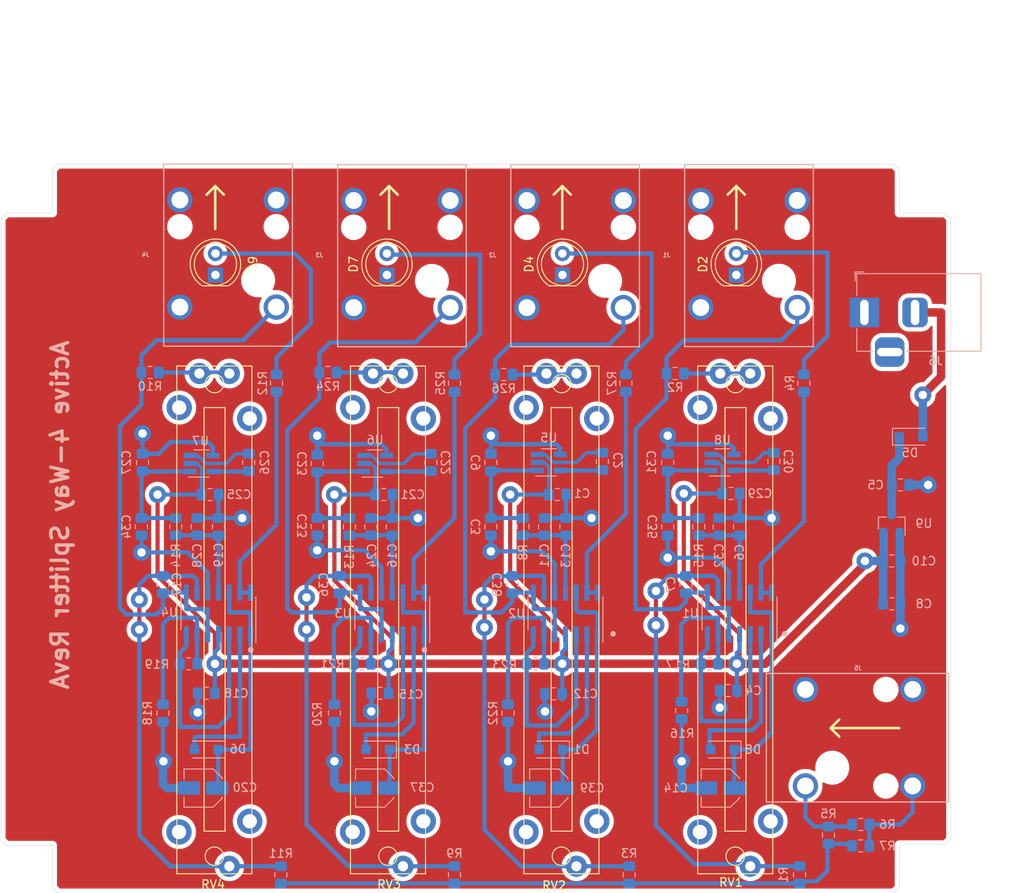
<source format=kicad_pcb>
(kicad_pcb (version 20171130) (host pcbnew 5.1.6-c6e7f7d~87~ubuntu18.04.1)
  (title_block (comment 1 "F.Cu is ground plane!"))
  (layers (0 F.Cu signal) (31 B.Cu signal) (34 B.Paste user) (35 F.Paste user) (36 B.SilkS user) (37 F.SilkS user) (38 B.Mask user) (39 F.Mask user) (44 Edge.Cuts user))
  (net 0 "")
  (net 1 GNDS)
  (net 2 +5V)
  (net 3 "Net-(C2-Pad2)")
  (net 4 "Net-(C2-Pad1)")
  (net 5 /PowerSupply/+9V_POL)
  (net 6 "Net-(D1-Pad2)")
  (net 7 "Net-(D2-Pad2)")
  (net 8 "Net-(D3-Pad2)")
  (net 9 "Net-(D4-Pad2)")
  (net 10 /PowerSupply/+9V_IN)
  (net 11 "Net-(J5-Pad1)")
  (net 12 "Net-(C14-Pad1)")
  (net 13 "Net-(C20-Pad1)")
  (net 14 "Net-(D6-Pad2)")
  (net 15 "Net-(D7-Pad2)")
  (net 16 "Net-(D8-Pad2)")
  (net 17 "Net-(D9-Pad2)")
  (net 18 /GainAndPeakDetector1/SIGNAL_OUTPUT)
  (net 19 /GainAndPeakDetector2/SIGNAL_OUTPUT)
  (net 20 /GainAndPeakDetector3/SIGNAL_OUTPUT)
  (net 21 /GainAndPeakDetector4/SIGNAL_OUTPUT)
  (net 22 /GainAndPeakDetector1/SIGNAL_INPUT)
  (net 23 /GainAndPeakDetector2/-5VOUT)
  (net 24 /GainAndPeakDetector1/-5V_POL)
  (net 25 /GainAndPeakDetector2/-5V_POL)
  (net 26 /GainAndPeakDetector3/-5V_POL)
  (net 27 /GainAndPeakDetector4/-5V_POL)
  (net 28 "Net-(C22-Pad2)")
  (net 29 "Net-(C22-Pad1)")
  (net 30 /GainAndPeakDetector3/-5VOUT)
  (net 31 "Net-(C26-Pad2)")
  (net 32 "Net-(C26-Pad1)")
  (net 33 /GainAndPeakDetector4/-5VOUT)
  (net 34 "Net-(C30-Pad2)")
  (net 35 "Net-(C30-Pad1)")
  (net 36 /GainAndPeakDetector1/-5VOUT)
  (net 37 "Net-(R16-Pad2)")
  (net 38 "Net-(R17-Pad2)")
  (net 39 "Net-(R18-Pad2)")
  (net 40 "Net-(R19-Pad2)")
  (net 41 "Net-(R20-Pad2)")
  (net 42 "Net-(R21-Pad2)")
  (net 43 "Net-(R22-Pad2)")
  (net 44 "Net-(R23-Pad2)")
  (net 45 "Net-(C7-Pad2)")
  (net 46 "Net-(C17-Pad2)")
  (net 47 "Net-(C36-Pad2)")
  (net 48 "Net-(C37-Pad1)")
  (net 49 "Net-(C38-Pad2)")
  (net 50 "Net-(C39-Pad1)")
  (net 51 "Net-(R2-Pad2)")
  (net 52 "Net-(R4-Pad2)")
  (net 53 "Net-(R10-Pad2)")
  (net 54 "Net-(R12-Pad2)")
  (net 55 "Net-(R24-Pad2)")
  (net 56 "Net-(R25-Pad2)")
  (net 57 "Net-(R26-Pad2)")
  (net 58 "Net-(R27-Pad2)")
  (module Resistor_SMD:R_0805_2012Metric_Pad1.15x1.40mm_HandSolder (layer B.Cu) (at 112.522 70.612 270)
    (fp_text reference R12 (at 0 1.65 90) (layer B.SilkS) (effects (justify mirror)))
    (fp_text value 220R)
    (pad 2 smd roundrect (at 1.025 0 270) (size 1.15 1.4) (layers B.Cu B.Paste B.Mask) (roundrect_rratio 0.217391) (net 54 "Net-(R12-Pad2)"))
    (pad 1 smd roundrect (at -1.025 0 270) (size 1.15 1.4) (layers B.Cu B.Paste B.Mask) (roundrect_rratio 0.217391) (net 17 "Net-(D9-Pad2)"))
  )
  (module Resistor_SMD:R_0805_2012Metric_Pad1.15x1.40mm_HandSolder (layer B.Cu) (at 153.924 70.612 270)
    (fp_text reference R27 (at 0 1.65 90) (layer B.SilkS) (effects (justify mirror)))
    (fp_text value 220R)
    (pad 2 smd roundrect (at 1.025 0 270) (size 1.15 1.4) (layers B.Cu B.Paste B.Mask) (roundrect_rratio 0.217391) (net 58 "Net-(R27-Pad2)"))
    (pad 1 smd roundrect (at -1.025 0 270) (size 1.15 1.4) (layers B.Cu B.Paste B.Mask) (roundrect_rratio 0.217391) (net 9 "Net-(D4-Pad2)"))
  )
  (module Resistor_SMD:R_0805_2012Metric_Pad1.15x1.40mm_HandSolder (layer B.Cu) (at 139.446 69.596)
    (fp_text reference R26 (at 0 1.65) (layer B.SilkS) (effects (justify mirror)))
    (fp_text value 100R)
    (pad 2 smd roundrect (at 1.025 0) (size 1.15 1.4) (layers B.Cu B.Paste B.Mask) (roundrect_rratio 0.217391) (net 57 "Net-(R26-Pad2)"))
    (pad 1 smd roundrect (at -1.025 0) (size 1.15 1.4) (layers B.Cu B.Paste B.Mask) (roundrect_rratio 0.217391) (net 19 /GainAndPeakDetector2/SIGNAL_OUTPUT))
  )
  (module Resistor_SMD:R_0805_2012Metric_Pad1.15x1.40mm_HandSolder (layer B.Cu) (at 133.604 70.612 270)
    (fp_text reference R25 (at 0 1.65 90) (layer B.SilkS) (effects (justify mirror)))
    (fp_text value 220R)
    (pad 2 smd roundrect (at 1.025 0 270) (size 1.15 1.4) (layers B.Cu B.Paste B.Mask) (roundrect_rratio 0.217391) (net 56 "Net-(R25-Pad2)"))
    (pad 1 smd roundrect (at -1.025 0 270) (size 1.15 1.4) (layers B.Cu B.Paste B.Mask) (roundrect_rratio 0.217391) (net 15 "Net-(D7-Pad2)"))
  )
  (module Resistor_SMD:R_0805_2012Metric_Pad1.15x1.40mm_HandSolder (layer B.Cu) (at 118.618 69.342)
    (fp_text reference R24 (at 0 1.65) (layer B.SilkS) (effects (justify mirror)))
    (fp_text value 100R)
    (pad 2 smd roundrect (at 1.025 0) (size 1.15 1.4) (layers B.Cu B.Paste B.Mask) (roundrect_rratio 0.217391) (net 55 "Net-(R24-Pad2)"))
    (pad 1 smd roundrect (at -1.025 0) (size 1.15 1.4) (layers B.Cu B.Paste B.Mask) (roundrect_rratio 0.217391) (net 20 /GainAndPeakDetector3/SIGNAL_OUTPUT))
  )
  (module Resistor_SMD:R_0805_2012Metric_Pad1.15x1.40mm_HandSolder (layer B.Cu) (at 97.536 69.342)
    (fp_text reference R10 (at 0 1.65) (layer B.SilkS) (effects (justify mirror)))
    (fp_text value 100R)
    (pad 2 smd roundrect (at 1.025 0) (size 1.15 1.4) (layers B.Cu B.Paste B.Mask) (roundrect_rratio 0.217391) (net 53 "Net-(R10-Pad2)"))
    (pad 1 smd roundrect (at -1.025 0) (size 1.15 1.4) (layers B.Cu B.Paste B.Mask) (roundrect_rratio 0.217391) (net 21 /GainAndPeakDetector4/SIGNAL_OUTPUT))
  )
  (module Resistor_SMD:R_0805_2012Metric_Pad1.15x1.40mm_HandSolder (layer B.Cu) (at 175.006 70.612 270)
    (fp_text reference R4 (at 0 1.65 90) (layer B.SilkS) (effects (justify mirror)))
    (fp_text value 220R)
    (pad 2 smd roundrect (at 1.025 0 270) (size 1.15 1.4) (layers B.Cu B.Paste B.Mask) (roundrect_rratio 0.217391) (net 52 "Net-(R4-Pad2)"))
    (pad 1 smd roundrect (at -1.025 0 270) (size 1.15 1.4) (layers B.Cu B.Paste B.Mask) (roundrect_rratio 0.217391) (net 7 "Net-(D2-Pad2)"))
  )
  (module Resistor_SMD:R_0805_2012Metric_Pad1.15x1.40mm_HandSolder (layer B.Cu) (at 159.766 69.469)
    (fp_text reference R2 (at 0 1.65) (layer B.SilkS) (effects (justify mirror)))
    (fp_text value 100R)
    (pad 2 smd roundrect (at 1.025 0) (size 1.15 1.4) (layers B.Cu B.Paste B.Mask) (roundrect_rratio 0.217391) (net 51 "Net-(R2-Pad2)"))
    (pad 1 smd roundrect (at -1.025 0) (size 1.15 1.4) (layers B.Cu B.Paste B.Mask) (roundrect_rratio 0.217391) (net 18 /GainAndPeakDetector1/SIGNAL_OUTPUT))
  )
  (module Diode_SMD:D_SOD-123F (layer B.Cu) (at 165.354 114.046 180)
    (fp_text reference D8 (at -3.6195 0) (layer B.SilkS) (effects (justify mirror)))
    (fp_text value D_Schottky)
    (pad 2 smd rect (at 1.4 0 180) (size 1.1 1.1) (layers B.Cu B.Paste B.Mask) (net 16 "Net-(D8-Pad2)"))
    (pad 1 smd rect (at -1.4 0 180) (size 1.1 1.1) (layers B.Cu B.Paste B.Mask) (net 12 "Net-(C14-Pad1)"))
  )
  (module Diode_SMD:D_SOD-123F (layer B.Cu) (at 104.2035 114.046 180)
    (fp_text reference D6 (at -3.7465 0.0635) (layer B.SilkS) (effects (justify mirror)))
    (fp_text value D_Schottky)
    (pad 2 smd rect (at 1.4 0 180) (size 1.1 1.1) (layers B.Cu B.Paste B.Mask) (net 14 "Net-(D6-Pad2)"))
    (pad 1 smd rect (at -1.4 0 180) (size 1.1 1.1) (layers B.Cu B.Paste B.Mask) (net 13 "Net-(C20-Pad1)"))
  )
  (module Diode_SMD:D_SOD-123F (layer B.Cu) (at 124.5235 114.046 180)
    (fp_text reference D3 (at -4.064 0) (layer B.SilkS) (effects (justify mirror)))
    (fp_text value D_Schottky)
    (pad 2 smd rect (at 1.4 0 180) (size 1.1 1.1) (layers B.Cu B.Paste B.Mask) (net 8 "Net-(D3-Pad2)"))
    (pad 1 smd rect (at -1.4 0 180) (size 1.1 1.1) (layers B.Cu B.Paste B.Mask) (net 48 "Net-(C37-Pad1)"))
  )
  (module Diode_SMD:D_SOD-123F (layer B.Cu) (at 145.034 114.046 180)
    (fp_text reference D1 (at -3.6195 0) (layer B.SilkS) (effects (justify mirror)))
    (fp_text value D_Schottky)
    (pad 2 smd rect (at 1.4 0 180) (size 1.1 1.1) (layers B.Cu B.Paste B.Mask) (net 6 "Net-(D1-Pad2)"))
    (pad 1 smd rect (at -1.4 0 180) (size 1.1 1.1) (layers B.Cu B.Paste B.Mask) (net 50 "Net-(C39-Pad1)"))
  )
  (module Capacitor_SMD:C_Elec_4x5.8 (layer B.Cu) (at 144.78 118.618 180)
    (fp_text reference C39 (at -5.1435 0) (layer B.SilkS) (effects (justify mirror)))
    (fp_text value 1uF)
    (pad 2 smd roundrect (at 1.675 0 180) (size 2.65 1.6) (layers B.Cu B.Paste B.Mask) (roundrect_rratio 0.15625) (net 1 GNDS))
    (pad 1 smd roundrect (at -1.675 0 180) (size 2.65 1.6) (layers B.Cu B.Paste B.Mask) (roundrect_rratio 0.15625) (net 50 "Net-(C39-Pad1)"))
  )
  (module Capacitor_SMD:C_0805_2012Metric_Pad1.15x1.40mm_HandSolder (layer B.Cu) (at 140.462 94.488 90)
    (fp_text reference C38 (at 0 -1.778 90) (layer B.SilkS) (effects (justify mirror)))
    (fp_text value 1pF)
    (pad 2 smd roundrect (at 1.025 0 90) (size 1.15 1.4) (layers B.Cu B.Paste B.Mask) (roundrect_rratio 0.217391) (net 49 "Net-(C38-Pad2)"))
    (pad 1 smd roundrect (at -1.025 0 90) (size 1.15 1.4) (layers B.Cu B.Paste B.Mask) (roundrect_rratio 0.217391) (net 19 /GainAndPeakDetector2/SIGNAL_OUTPUT))
  )
  (module Capacitor_SMD:C_Elec_4x5.8 (layer B.Cu) (at 124.1425 118.618 180)
    (fp_text reference C37 (at -5.6515 0.0635) (layer B.SilkS) (effects (justify mirror)))
    (fp_text value 1uF)
    (pad 2 smd roundrect (at 1.675 0 180) (size 2.65 1.6) (layers B.Cu B.Paste B.Mask) (roundrect_rratio 0.15625) (net 1 GNDS))
    (pad 1 smd roundrect (at -1.675 0 180) (size 2.65 1.6) (layers B.Cu B.Paste B.Mask) (roundrect_rratio 0.15625) (net 48 "Net-(C37-Pad1)"))
  )
  (module Capacitor_SMD:C_0805_2012Metric_Pad1.15x1.40mm_HandSolder (layer B.Cu) (at 120.015 94.488 90)
    (fp_text reference C36 (at 0 -1.905 90) (layer B.SilkS) (effects (justify mirror)))
    (fp_text value 1pF)
    (pad 2 smd roundrect (at 1.025 0 90) (size 1.15 1.4) (layers B.Cu B.Paste B.Mask) (roundrect_rratio 0.217391) (net 47 "Net-(C36-Pad2)"))
    (pad 1 smd roundrect (at -1.025 0 90) (size 1.15 1.4) (layers B.Cu B.Paste B.Mask) (roundrect_rratio 0.217391) (net 20 /GainAndPeakDetector3/SIGNAL_OUTPUT))
  )
  (module Capacitor_SMD:C_Elec_4x5.8 (layer B.Cu) (at 103.8225 118.618 180)
    (fp_text reference C20 (at -4.953 0.0635) (layer B.SilkS) (effects (justify mirror)))
    (fp_text value 1uF)
    (pad 2 smd roundrect (at 1.675 0 180) (size 2.65 1.6) (layers B.Cu B.Paste B.Mask) (roundrect_rratio 0.15625) (net 1 GNDS))
    (pad 1 smd roundrect (at -1.675 0 180) (size 2.65 1.6) (layers B.Cu B.Paste B.Mask) (roundrect_rratio 0.15625) (net 13 "Net-(C20-Pad1)"))
  )
  (module Capacitor_SMD:C_0805_2012Metric_Pad1.15x1.40mm_HandSolder (layer B.Cu) (at 99.06 94.488 90)
    (fp_text reference C17 (at 0 1.65 90) (layer B.SilkS) (effects (justify mirror)))
    (fp_text value 1pF)
    (pad 2 smd roundrect (at 1.025 0 90) (size 1.15 1.4) (layers B.Cu B.Paste B.Mask) (roundrect_rratio 0.217391) (net 46 "Net-(C17-Pad2)"))
    (pad 1 smd roundrect (at -1.025 0 90) (size 1.15 1.4) (layers B.Cu B.Paste B.Mask) (roundrect_rratio 0.217391) (net 21 /GainAndPeakDetector4/SIGNAL_OUTPUT))
  )
  (module Capacitor_SMD:C_Elec_4x5.8 (layer B.Cu) (at 165.1 118.618 180)
    (fp_text reference C14 (at 5.2705 0) (layer B.SilkS) (effects (justify mirror)))
    (fp_text value 1uF)
    (pad 2 smd roundrect (at 1.675 0 180) (size 2.65 1.6) (layers B.Cu B.Paste B.Mask) (roundrect_rratio 0.15625) (net 1 GNDS))
    (pad 1 smd roundrect (at -1.675 0 180) (size 2.65 1.6) (layers B.Cu B.Paste B.Mask) (roundrect_rratio 0.15625) (net 12 "Net-(C14-Pad1)"))
  )
  (module Capacitor_SMD:C_0805_2012Metric_Pad1.15x1.40mm_HandSolder (layer B.Cu) (at 161.036 94.488 90)
    (fp_text reference C7 (at 0 -1.778 90) (layer B.SilkS) (effects (justify mirror)))
    (fp_text value 1pF)
    (pad 2 smd roundrect (at 1.025 0 90) (size 1.15 1.4) (layers B.Cu B.Paste B.Mask) (roundrect_rratio 0.217391) (net 45 "Net-(C7-Pad2)"))
    (pad 1 smd roundrect (at -1.025 0 90) (size 1.15 1.4) (layers B.Cu B.Paste B.Mask) (roundrect_rratio 0.217391) (net 18 /GainAndPeakDetector1/SIGNAL_OUTPUT))
  )
  (module Resistor_SMD:R_0805_2012Metric_Pad1.15x1.40mm_HandSolder (layer B.Cu) (at 99.06 109.728 90)
    (fp_text reference R18 (at 0 -1.8288 90) (layer B.SilkS) (effects (justify mirror)))
    (fp_text value 1K)
    (pad 2 smd roundrect (at 1.025 0 90) (size 1.15 1.4) (layers B.Cu B.Paste B.Mask) (roundrect_rratio 0.217391) (net 39 "Net-(R18-Pad2)"))
    (pad 1 smd roundrect (at -1.025 0 90) (size 1.15 1.4) (layers B.Cu B.Paste B.Mask) (roundrect_rratio 0.217391) (net 1 GNDS))
  )
  (module Resistor_SMD:R_0805_2012Metric_Pad1.15x1.40mm_HandSolder (layer B.Cu) (at 143.1925 103.886 180)
    (fp_text reference R23 (at 3.6195 -0.127) (layer B.SilkS) (effects (justify mirror)))
    (fp_text value 120K)
    (pad 2 smd roundrect (at 1.025 0 180) (size 1.15 1.4) (layers B.Cu B.Paste B.Mask) (roundrect_rratio 0.217391) (net 44 "Net-(R23-Pad2)"))
    (pad 1 smd roundrect (at -1.025 0 180) (size 1.15 1.4) (layers B.Cu B.Paste B.Mask) (roundrect_rratio 0.217391) (net 43 "Net-(R22-Pad2)"))
  )
  (module Resistor_SMD:R_0805_2012Metric_Pad1.15x1.40mm_HandSolder (layer B.Cu) (at 139.954 109.728 90)
    (fp_text reference R22 (at 0 -1.778 90) (layer B.SilkS) (effects (justify mirror)))
    (fp_text value 1K)
    (pad 2 smd roundrect (at 1.025 0 90) (size 1.15 1.4) (layers B.Cu B.Paste B.Mask) (roundrect_rratio 0.217391) (net 43 "Net-(R22-Pad2)"))
    (pad 1 smd roundrect (at -1.025 0 90) (size 1.15 1.4) (layers B.Cu B.Paste B.Mask) (roundrect_rratio 0.217391) (net 1 GNDS))
  )
  (module Resistor_SMD:R_0805_2012Metric_Pad1.15x1.40mm_HandSolder (layer B.Cu) (at 122.682 103.886 180)
    (fp_text reference R21 (at 3.556 0) (layer B.SilkS) (effects (justify mirror)))
    (fp_text value 120K)
    (pad 2 smd roundrect (at 1.025 0 180) (size 1.15 1.4) (layers B.Cu B.Paste B.Mask) (roundrect_rratio 0.217391) (net 42 "Net-(R21-Pad2)"))
    (pad 1 smd roundrect (at -1.025 0 180) (size 1.15 1.4) (layers B.Cu B.Paste B.Mask) (roundrect_rratio 0.217391) (net 41 "Net-(R20-Pad2)"))
  )
  (module Resistor_SMD:R_0805_2012Metric_Pad1.15x1.40mm_HandSolder (layer B.Cu) (at 119.38 109.728 90)
    (fp_text reference R20 (at -0.127 -2.032 90) (layer B.SilkS) (effects (justify mirror)))
    (fp_text value 1K)
    (pad 2 smd roundrect (at 1.025 0 90) (size 1.15 1.4) (layers B.Cu B.Paste B.Mask) (roundrect_rratio 0.217391) (net 41 "Net-(R20-Pad2)"))
    (pad 1 smd roundrect (at -1.025 0 90) (size 1.15 1.4) (layers B.Cu B.Paste B.Mask) (roundrect_rratio 0.217391) (net 1 GNDS))
  )
  (module Resistor_SMD:R_0805_2012Metric_Pad1.15x1.40mm_HandSolder (layer B.Cu) (at 102.108 103.886 180)
    (fp_text reference R19 (at 3.7465 -0.0635) (layer B.SilkS) (effects (justify mirror)))
    (fp_text value 120K)
    (pad 2 smd roundrect (at 1.025 0 180) (size 1.15 1.4) (layers B.Cu B.Paste B.Mask) (roundrect_rratio 0.217391) (net 40 "Net-(R19-Pad2)"))
    (pad 1 smd roundrect (at -1.025 0 180) (size 1.15 1.4) (layers B.Cu B.Paste B.Mask) (roundrect_rratio 0.217391) (net 39 "Net-(R18-Pad2)"))
  )
  (module Resistor_SMD:R_0805_2012Metric_Pad1.15x1.40mm_HandSolder (layer B.Cu) (at 163.83 103.886 180)
    (fp_text reference R17 (at 3.7465 -0.0635) (layer B.SilkS) (effects (justify mirror)))
    (fp_text value 120K)
    (pad 2 smd roundrect (at 1.025 0 180) (size 1.15 1.4) (layers B.Cu B.Paste B.Mask) (roundrect_rratio 0.217391) (net 38 "Net-(R17-Pad2)"))
    (pad 1 smd roundrect (at -1.025 0 180) (size 1.15 1.4) (layers B.Cu B.Paste B.Mask) (roundrect_rratio 0.217391) (net 37 "Net-(R16-Pad2)"))
  )
  (module Resistor_SMD:R_0805_2012Metric_Pad1.15x1.40mm_HandSolder (layer B.Cu) (at 160.528 109.4105 90)
    (fp_text reference R16 (at -2.7305 0.0635 180) (layer B.SilkS) (effects (justify mirror)))
    (fp_text value 1K)
    (pad 2 smd roundrect (at 1.025 0 90) (size 1.15 1.4) (layers B.Cu B.Paste B.Mask) (roundrect_rratio 0.217391) (net 37 "Net-(R16-Pad2)"))
    (pad 1 smd roundrect (at -1.025 0 90) (size 1.15 1.4) (layers B.Cu B.Paste B.Mask) (roundrect_rratio 0.217391) (net 1 GNDS))
  )
  (module Diode_SMD:D_SOD-123F (layer B.Cu) (at 187.706 76.962)
    (fp_text reference D5 (at -0.127 1.905) (layer B.SilkS) (effects (justify mirror)))
    (fp_text value B0520LW-RH)
    (pad 2 smd rect (at 1.4 0) (size 1.1 1.1) (layers B.Cu B.Paste B.Mask) (net 10 /PowerSupply/+9V_IN))
    (pad 1 smd rect (at -1.4 0) (size 1.1 1.1) (layers B.Cu B.Paste B.Mask) (net 5 /PowerSupply/+9V_POL))
  )
  (module Package_TO_SOT_SMD:SOT-23-5_HandSoldering (layer B.Cu) (at 144.78 80.01)
    (fp_text reference U5 (at 0 -2.921) (layer B.SilkS) (effects (justify mirror)))
    (fp_text value TPS60403)
    (pad 5 smd rect (at 1.35 0.95) (size 1.56 0.65) (layers B.Cu B.Paste B.Mask) (net 3 "Net-(C2-Pad2)"))
    (pad 4 smd rect (at 1.35 -0.95) (size 1.56 0.65) (layers B.Cu B.Paste B.Mask) (net 1 GNDS))
    (pad 3 smd rect (at -1.35 -0.95) (size 1.56 0.65) (layers B.Cu B.Paste B.Mask) (net 4 "Net-(C2-Pad1)"))
    (pad 2 smd rect (at -1.35 0) (size 1.56 0.65) (layers B.Cu B.Paste B.Mask) (net 2 +5V))
    (pad 1 smd rect (at -1.35 0.95) (size 1.56 0.65) (layers B.Cu B.Paste B.Mask) (net 23 /GainAndPeakDetector2/-5VOUT))
  )
  (module Resistor_SMD:R_0805_2012Metric_Pad1.15x1.40mm_HandSolder (layer B.Cu) (at 177.927 124.206 90)
    (fp_text reference R5 (at 2.54 0 180) (layer B.SilkS) (effects (justify mirror)))
    (fp_text value 10K)
    (pad 2 smd roundrect (at 1.025 0 90) (size 1.15 1.4) (layers B.Cu B.Paste B.Mask) (roundrect_rratio 0.217391) (net 11 "Net-(J5-Pad1)"))
    (pad 1 smd roundrect (at -1.025 0 90) (size 1.15 1.4) (layers B.Cu B.Paste B.Mask) (roundrect_rratio 0.217391) (net 22 /GainAndPeakDetector1/SIGNAL_INPUT))
  )
  (module Capacitor_SMD:C_0805_2012Metric_Pad1.15x1.40mm_HandSolder (layer B.Cu) (at 185.42 96.774)
    (fp_text reference C8 (at 3.81 0) (layer B.SilkS) (effects (justify mirror)))
    (fp_text value 1uF)
    (pad 2 smd roundrect (at 1.025 0) (size 1.15 1.4) (layers B.Cu B.Paste B.Mask) (roundrect_rratio 0.217391) (net 1 GNDS))
    (pad 1 smd roundrect (at -1.025 0) (size 1.15 1.4) (layers B.Cu B.Paste B.Mask) (roundrect_rratio 0.217391) (net 2 +5V))
  )
  (module Bourn_PTA_Slider:Slider_PTA4543_60MM (layer F.Cu) (at 105.156 98.679 270)
    (fp_text reference RV4 (at 31.369 0.1524 180) (layer F.SilkS))
    (fp_text value 1K)
    (pad 1 thru_hole circle (at -29.21 -1.778 270) (size 2.5 2.5) (drill 1.2) (layers *.Cu *.Mask) (net 53 "Net-(R10-Pad2)"))
    (pad 2 thru_hole circle (at -29.21 1.778 270) (size 2.5 2.5) (drill 1.2) (layers *.Cu *.Mask) (net 53 "Net-(R10-Pad2)"))
    (pad 3 thru_hole circle (at 29.21 -1.778 270) (size 2.5 2.5) (drill 1.2) (layers *.Cu *.Mask) (net 46 "Net-(C17-Pad2)"))
    (pad "" thru_hole circle (at -23.876 -4.191 270) (size 3 3) (drill 1.7) (layers *.Cu *.Mask))
    (pad "" thru_hole circle (at -25.1714 4.1656 270) (size 3 3) (drill 1.7) (layers *.Cu *.Mask))
    (pad "" thru_hole circle (at 23.876 -4.191 270) (size 3 3) (drill 1.7) (layers *.Cu *.Mask))
    (pad "" thru_hole circle (at 25.146 4.191 270) (size 3 3) (drill 1.7) (layers *.Cu *.Mask))
  )
  (module Package_TO_SOT_SMD:SOT-23-5_HandSoldering (layer B.Cu) (at 165.354 80.01)
    (fp_text reference U8 (at 0 -2.667) (layer B.SilkS) (effects (justify mirror)))
    (fp_text value TPS60403)
    (pad 5 smd rect (at 1.35 0.95) (size 1.56 0.65) (layers B.Cu B.Paste B.Mask) (net 34 "Net-(C30-Pad2)"))
    (pad 4 smd rect (at 1.35 -0.95) (size 1.56 0.65) (layers B.Cu B.Paste B.Mask) (net 1 GNDS))
    (pad 3 smd rect (at -1.35 -0.95) (size 1.56 0.65) (layers B.Cu B.Paste B.Mask) (net 35 "Net-(C30-Pad1)"))
    (pad 2 smd rect (at -1.35 0) (size 1.56 0.65) (layers B.Cu B.Paste B.Mask) (net 2 +5V))
    (pad 1 smd rect (at -1.35 0.95) (size 1.56 0.65) (layers B.Cu B.Paste B.Mask) (net 36 /GainAndPeakDetector1/-5VOUT))
  )
  (module Package_TO_SOT_SMD:SOT-23-5_HandSoldering (layer B.Cu) (at 103.632 80.137)
    (fp_text reference U7 (at -0.127 -2.667) (layer B.SilkS) (effects (justify mirror)))
    (fp_text value TPS60403)
    (pad 5 smd rect (at 1.35 0.95) (size 1.56 0.65) (layers B.Cu B.Paste B.Mask) (net 31 "Net-(C26-Pad2)"))
    (pad 4 smd rect (at 1.35 -0.95) (size 1.56 0.65) (layers B.Cu B.Paste B.Mask) (net 1 GNDS))
    (pad 3 smd rect (at -1.35 -0.95) (size 1.56 0.65) (layers B.Cu B.Paste B.Mask) (net 32 "Net-(C26-Pad1)"))
    (pad 2 smd rect (at -1.35 0) (size 1.56 0.65) (layers B.Cu B.Paste B.Mask) (net 2 +5V))
    (pad 1 smd rect (at -1.35 0.95) (size 1.56 0.65) (layers B.Cu B.Paste B.Mask) (net 33 /GainAndPeakDetector4/-5VOUT))
  )
  (module Package_TO_SOT_SMD:SOT-23-5_HandSoldering (layer B.Cu) (at 124.206 80.137)
    (fp_text reference U6 (at 0 -2.794) (layer B.SilkS) (effects (justify mirror)))
    (fp_text value TPS60403)
    (pad 5 smd rect (at 1.35 0.95) (size 1.56 0.65) (layers B.Cu B.Paste B.Mask) (net 28 "Net-(C22-Pad2)"))
    (pad 4 smd rect (at 1.35 -0.95) (size 1.56 0.65) (layers B.Cu B.Paste B.Mask) (net 1 GNDS))
    (pad 3 smd rect (at -1.35 -0.95) (size 1.56 0.65) (layers B.Cu B.Paste B.Mask) (net 29 "Net-(C22-Pad1)"))
    (pad 2 smd rect (at -1.35 0) (size 1.56 0.65) (layers B.Cu B.Paste B.Mask) (net 2 +5V))
    (pad 1 smd rect (at -1.35 0.95) (size 1.56 0.65) (layers B.Cu B.Paste B.Mask) (net 30 /GainAndPeakDetector3/-5VOUT))
  )
  (module Resistor_SMD:R_0805_2012Metric_Pad1.15x1.40mm_HandSolder (layer B.Cu) (at 162.56 87.63 270)
    (fp_text reference R15 (at 3.429 0 90) (layer B.SilkS) (effects (justify mirror)))
    (fp_text value 22R)
    (pad 2 smd roundrect (at 1.025 0 270) (size 1.15 1.4) (layers B.Cu B.Paste B.Mask) (roundrect_rratio 0.217391) (net 24 /GainAndPeakDetector1/-5V_POL))
    (pad 1 smd roundrect (at -1.025 0 270) (size 1.15 1.4) (layers B.Cu B.Paste B.Mask) (roundrect_rratio 0.217391) (net 36 /GainAndPeakDetector1/-5VOUT))
  )
  (module Resistor_SMD:R_0805_2012Metric_Pad1.15x1.40mm_HandSolder (layer B.Cu) (at 100.584 87.63 270)
    (fp_text reference R14 (at 3.429 0 90) (layer B.SilkS) (effects (justify mirror)))
    (fp_text value 22R)
    (pad 2 smd roundrect (at 1.025 0 270) (size 1.15 1.4) (layers B.Cu B.Paste B.Mask) (roundrect_rratio 0.217391) (net 27 /GainAndPeakDetector4/-5V_POL))
    (pad 1 smd roundrect (at -1.025 0 270) (size 1.15 1.4) (layers B.Cu B.Paste B.Mask) (roundrect_rratio 0.217391) (net 33 /GainAndPeakDetector4/-5VOUT))
  )
  (module Resistor_SMD:R_0805_2012Metric_Pad1.15x1.40mm_HandSolder (layer B.Cu) (at 121.158 87.63 270)
    (fp_text reference R13 (at 3.556 0 90) (layer B.SilkS) (effects (justify mirror)))
    (fp_text value 22R)
    (pad 2 smd roundrect (at 1.025 0 270) (size 1.15 1.4) (layers B.Cu B.Paste B.Mask) (roundrect_rratio 0.217391) (net 26 /GainAndPeakDetector3/-5V_POL))
    (pad 1 smd roundrect (at -1.025 0 270) (size 1.15 1.4) (layers B.Cu B.Paste B.Mask) (roundrect_rratio 0.217391) (net 30 /GainAndPeakDetector3/-5VOUT))
  )
  (module Resistor_SMD:R_0805_2012Metric_Pad1.15x1.40mm_HandSolder (layer B.Cu) (at 141.732 87.63 270)
    (fp_text reference R8 (at 3.048 0 270) (layer B.SilkS) (effects (justify mirror)))
    (fp_text value 22R)
    (pad 2 smd roundrect (at 1.025 0 270) (size 1.15 1.4) (layers B.Cu B.Paste B.Mask) (roundrect_rratio 0.217391) (net 25 /GainAndPeakDetector2/-5V_POL))
    (pad 1 smd roundrect (at -1.025 0 270) (size 1.15 1.4) (layers B.Cu B.Paste B.Mask) (roundrect_rratio 0.217391) (net 23 /GainAndPeakDetector2/-5VOUT))
  )
  (module Capacitor_SMD:C_0805_2012Metric_Pad1.15x1.40mm_HandSolder (layer B.Cu) (at 158.877 87.63 270)
    (fp_text reference C35 (at 0 1.778 90) (layer B.SilkS) (effects (justify mirror)))
    (fp_text value 100nF)
    (pad 2 smd roundrect (at 1.025 0 270) (size 1.15 1.4) (layers B.Cu B.Paste B.Mask) (roundrect_rratio 0.217391) (net 1 GNDS))
    (pad 1 smd roundrect (at -1.025 0 270) (size 1.15 1.4) (layers B.Cu B.Paste B.Mask) (roundrect_rratio 0.217391) (net 36 /GainAndPeakDetector1/-5VOUT))
  )
  (module Capacitor_SMD:C_0805_2012Metric_Pad1.15x1.40mm_HandSolder (layer B.Cu) (at 96.52 87.63 270)
    (fp_text reference C34 (at 0 1.778 90) (layer B.SilkS) (effects (justify mirror)))
    (fp_text value 100nF)
    (pad 2 smd roundrect (at 1.025 0 270) (size 1.15 1.4) (layers B.Cu B.Paste B.Mask) (roundrect_rratio 0.217391) (net 1 GNDS))
    (pad 1 smd roundrect (at -1.025 0 270) (size 1.15 1.4) (layers B.Cu B.Paste B.Mask) (roundrect_rratio 0.217391) (net 33 /GainAndPeakDetector4/-5VOUT))
  )
  (module Capacitor_SMD:C_0805_2012Metric_Pad1.15x1.40mm_HandSolder (layer B.Cu) (at 117.348 87.63 270)
    (fp_text reference C33 (at -0.127 1.778 90) (layer B.SilkS) (effects (justify mirror)))
    (fp_text value 100nF)
    (pad 2 smd roundrect (at 1.025 0 270) (size 1.15 1.4) (layers B.Cu B.Paste B.Mask) (roundrect_rratio 0.217391) (net 1 GNDS))
    (pad 1 smd roundrect (at -1.025 0 270) (size 1.15 1.4) (layers B.Cu B.Paste B.Mask) (roundrect_rratio 0.217391) (net 30 /GainAndPeakDetector3/-5VOUT))
  )
  (module Capacitor_SMD:C_0805_2012Metric_Pad1.15x1.40mm_HandSolder (layer B.Cu) (at 164.973 87.63 90)
    (fp_text reference C32 (at -3.429 0 90) (layer B.SilkS) (effects (justify mirror)))
    (fp_text value 100nF)
    (pad 2 smd roundrect (at 1.025 0 90) (size 1.15 1.4) (layers B.Cu B.Paste B.Mask) (roundrect_rratio 0.217391) (net 1 GNDS))
    (pad 1 smd roundrect (at -1.025 0 90) (size 1.15 1.4) (layers B.Cu B.Paste B.Mask) (roundrect_rratio 0.217391) (net 24 /GainAndPeakDetector1/-5V_POL))
  )
  (module Capacitor_SMD:C_0805_2012Metric_Pad1.15x1.40mm_HandSolder (layer B.Cu) (at 158.877 80.01 90)
    (fp_text reference C31 (at 0 -1.905 90) (layer B.SilkS) (effects (justify mirror)))
    (fp_text value 1uF)
    (pad 2 smd roundrect (at 1.025 0 90) (size 1.15 1.4) (layers B.Cu B.Paste B.Mask) (roundrect_rratio 0.217391) (net 1 GNDS))
    (pad 1 smd roundrect (at -1.025 0 90) (size 1.15 1.4) (layers B.Cu B.Paste B.Mask) (roundrect_rratio 0.217391) (net 36 /GainAndPeakDetector1/-5VOUT))
  )
  (module Capacitor_SMD:C_0805_2012Metric_Pad1.15x1.40mm_HandSolder (layer B.Cu) (at 171.45 79.883 270)
    (fp_text reference C30 (at 0 -1.778 90) (layer B.SilkS) (effects (justify mirror)))
    (fp_text value 1uF)
    (pad 2 smd roundrect (at 1.025 0 270) (size 1.15 1.4) (layers B.Cu B.Paste B.Mask) (roundrect_rratio 0.217391) (net 34 "Net-(C30-Pad2)"))
    (pad 1 smd roundrect (at -1.025 0 270) (size 1.15 1.4) (layers B.Cu B.Paste B.Mask) (roundrect_rratio 0.217391) (net 35 "Net-(C30-Pad1)"))
  )
  (module Capacitor_SMD:C_0805_2012Metric_Pad1.15x1.40mm_HandSolder (layer B.Cu) (at 166.37 83.693)
    (fp_text reference C29 (at 3.429 0) (layer B.SilkS) (effects (justify mirror)))
    (fp_text value 1uF)
    (pad 2 smd roundrect (at 1.025 0) (size 1.15 1.4) (layers B.Cu B.Paste B.Mask) (roundrect_rratio 0.217391) (net 1 GNDS))
    (pad 1 smd roundrect (at -1.025 0) (size 1.15 1.4) (layers B.Cu B.Paste B.Mask) (roundrect_rratio 0.217391) (net 2 +5V))
  )
  (module Capacitor_SMD:C_0805_2012Metric_Pad1.15x1.40mm_HandSolder (layer B.Cu) (at 103.124 87.63 90)
    (fp_text reference C28 (at -3.429 0 90) (layer B.SilkS) (effects (justify mirror)))
    (fp_text value 100nF)
    (pad 2 smd roundrect (at 1.025 0 90) (size 1.15 1.4) (layers B.Cu B.Paste B.Mask) (roundrect_rratio 0.217391) (net 1 GNDS))
    (pad 1 smd roundrect (at -1.025 0 90) (size 1.15 1.4) (layers B.Cu B.Paste B.Mask) (roundrect_rratio 0.217391) (net 27 /GainAndPeakDetector4/-5V_POL))
  )
  (module Capacitor_SMD:C_0805_2012Metric_Pad1.15x1.40mm_HandSolder (layer B.Cu) (at 96.647 80.01 90)
    (fp_text reference C27 (at 0 -1.905 90) (layer B.SilkS) (effects (justify mirror)))
    (fp_text value 1uF)
    (pad 2 smd roundrect (at 1.025 0 90) (size 1.15 1.4) (layers B.Cu B.Paste B.Mask) (roundrect_rratio 0.217391) (net 1 GNDS))
    (pad 1 smd roundrect (at -1.025 0 90) (size 1.15 1.4) (layers B.Cu B.Paste B.Mask) (roundrect_rratio 0.217391) (net 33 /GainAndPeakDetector4/-5VOUT))
  )
  (module Capacitor_SMD:C_0805_2012Metric_Pad1.15x1.40mm_HandSolder (layer B.Cu) (at 109.22 80.01 270)
    (fp_text reference C26 (at 0 -1.905 90) (layer B.SilkS) (effects (justify mirror)))
    (fp_text value 1uF)
    (pad 2 smd roundrect (at 1.025 0 270) (size 1.15 1.4) (layers B.Cu B.Paste B.Mask) (roundrect_rratio 0.217391) (net 31 "Net-(C26-Pad2)"))
    (pad 1 smd roundrect (at -1.025 0 270) (size 1.15 1.4) (layers B.Cu B.Paste B.Mask) (roundrect_rratio 0.217391) (net 32 "Net-(C26-Pad1)"))
  )
  (module Capacitor_SMD:C_0805_2012Metric_Pad1.15x1.40mm_HandSolder (layer B.Cu) (at 104.648 83.82)
    (fp_text reference C25 (at 3.429 0) (layer B.SilkS) (effects (justify mirror)))
    (fp_text value 1uF)
    (pad 2 smd roundrect (at 1.025 0) (size 1.15 1.4) (layers B.Cu B.Paste B.Mask) (roundrect_rratio 0.217391) (net 1 GNDS))
    (pad 1 smd roundrect (at -1.025 0) (size 1.15 1.4) (layers B.Cu B.Paste B.Mask) (roundrect_rratio 0.217391) (net 2 +5V))
  )
  (module Capacitor_SMD:C_0805_2012Metric_Pad1.15x1.40mm_HandSolder (layer B.Cu) (at 123.698 87.63 90)
    (fp_text reference C24 (at -3.429 0.127 90) (layer B.SilkS) (effects (justify mirror)))
    (fp_text value 100nF)
    (pad 2 smd roundrect (at 1.025 0 90) (size 1.15 1.4) (layers B.Cu B.Paste B.Mask) (roundrect_rratio 0.217391) (net 1 GNDS))
    (pad 1 smd roundrect (at -1.025 0 90) (size 1.15 1.4) (layers B.Cu B.Paste B.Mask) (roundrect_rratio 0.217391) (net 26 /GainAndPeakDetector3/-5V_POL))
  )
  (module Capacitor_SMD:C_0805_2012Metric_Pad1.15x1.40mm_HandSolder (layer B.Cu) (at 117.348 80.137 90)
    (fp_text reference C23 (at 0 -1.778 90) (layer B.SilkS) (effects (justify mirror)))
    (fp_text value 1uF)
    (pad 2 smd roundrect (at 1.025 0 90) (size 1.15 1.4) (layers B.Cu B.Paste B.Mask) (roundrect_rratio 0.217391) (net 1 GNDS))
    (pad 1 smd roundrect (at -1.025 0 90) (size 1.15 1.4) (layers B.Cu B.Paste B.Mask) (roundrect_rratio 0.217391) (net 30 /GainAndPeakDetector3/-5VOUT))
  )
  (module Capacitor_SMD:C_0805_2012Metric_Pad1.15x1.40mm_HandSolder (layer B.Cu) (at 130.81 80.01 270)
    (fp_text reference C22 (at 0 -1.778 90) (layer B.SilkS) (effects (justify mirror)))
    (fp_text value 1uF)
    (pad 2 smd roundrect (at 1.025 0 270) (size 1.15 1.4) (layers B.Cu B.Paste B.Mask) (roundrect_rratio 0.217391) (net 28 "Net-(C22-Pad2)"))
    (pad 1 smd roundrect (at -1.025 0 270) (size 1.15 1.4) (layers B.Cu B.Paste B.Mask) (roundrect_rratio 0.217391) (net 29 "Net-(C22-Pad1)"))
  )
  (module Capacitor_SMD:C_0805_2012Metric_Pad1.15x1.40mm_HandSolder (layer B.Cu) (at 125.222 83.82)
    (fp_text reference C21 (at 3.429 0) (layer B.SilkS) (effects (justify mirror)))
    (fp_text value 1uF)
    (pad 2 smd roundrect (at 1.025 0) (size 1.15 1.4) (layers B.Cu B.Paste B.Mask) (roundrect_rratio 0.217391) (net 1 GNDS))
    (pad 1 smd roundrect (at -1.025 0) (size 1.15 1.4) (layers B.Cu B.Paste B.Mask) (roundrect_rratio 0.217391) (net 2 +5V))
  )
  (module Capacitor_SMD:C_0805_2012Metric_Pad1.15x1.40mm_HandSolder (layer B.Cu) (at 144.272 87.63 90)
    (fp_text reference C11 (at -3.429 0 90) (layer B.SilkS) (effects (justify mirror)))
    (fp_text value 100nF)
    (pad 2 smd roundrect (at 1.025 0 90) (size 1.15 1.4) (layers B.Cu B.Paste B.Mask) (roundrect_rratio 0.217391) (net 1 GNDS))
    (pad 1 smd roundrect (at -1.025 0 90) (size 1.15 1.4) (layers B.Cu B.Paste B.Mask) (roundrect_rratio 0.217391) (net 25 /GainAndPeakDetector2/-5V_POL))
  )
  (module Capacitor_SMD:C_0805_2012Metric_Pad1.15x1.40mm_HandSolder (layer B.Cu) (at 137.922 80.01 90)
    (fp_text reference C9 (at 0 -1.778 90) (layer B.SilkS) (effects (justify mirror)))
    (fp_text value 1uF)
    (pad 2 smd roundrect (at 1.025 0 90) (size 1.15 1.4) (layers B.Cu B.Paste B.Mask) (roundrect_rratio 0.217391) (net 1 GNDS))
    (pad 1 smd roundrect (at -1.025 0 90) (size 1.15 1.4) (layers B.Cu B.Paste B.Mask) (roundrect_rratio 0.217391) (net 23 /GainAndPeakDetector2/-5VOUT))
  )
  (module Capacitor_SMD:C_0805_2012Metric_Pad1.15x1.40mm_HandSolder (layer B.Cu) (at 137.922 87.63 270)
    (fp_text reference C3 (at 0 1.778 90) (layer B.SilkS) (effects (justify mirror)))
    (fp_text value 100nF)
    (pad 2 smd roundrect (at 1.025 0 270) (size 1.15 1.4) (layers B.Cu B.Paste B.Mask) (roundrect_rratio 0.217391) (net 1 GNDS))
    (pad 1 smd roundrect (at -1.025 0 270) (size 1.15 1.4) (layers B.Cu B.Paste B.Mask) (roundrect_rratio 0.217391) (net 23 /GainAndPeakDetector2/-5VOUT))
  )
  (module Capacitor_SMD:C_0805_2012Metric_Pad1.15x1.40mm_HandSolder (layer B.Cu) (at 151.13 79.883 270)
    (fp_text reference C2 (at -0.127 -1.905 90) (layer B.SilkS) (effects (justify mirror)))
    (fp_text value 1uF)
    (pad 2 smd roundrect (at 1.025 0 270) (size 1.15 1.4) (layers B.Cu B.Paste B.Mask) (roundrect_rratio 0.217391) (net 3 "Net-(C2-Pad2)"))
    (pad 1 smd roundrect (at -1.025 0 270) (size 1.15 1.4) (layers B.Cu B.Paste B.Mask) (roundrect_rratio 0.217391) (net 4 "Net-(C2-Pad1)"))
  )
  (module Capacitor_SMD:C_0805_2012Metric_Pad1.15x1.40mm_HandSolder (layer B.Cu) (at 145.796 83.82)
    (fp_text reference C1 (at 2.921 -0.127 180) (layer B.SilkS) (effects (justify mirror)))
    (fp_text value 1uF)
    (pad 2 smd roundrect (at 1.025 0) (size 1.15 1.4) (layers B.Cu B.Paste B.Mask) (roundrect_rratio 0.217391) (net 1 GNDS))
    (pad 1 smd roundrect (at -1.025 0) (size 1.15 1.4) (layers B.Cu B.Paste B.Mask) (roundrect_rratio 0.217391) (net 2 +5V))
  )
  (module Bourn_PTA_Slider:Slider_PTA4543_60MM (layer F.Cu) (at 125.73 98.679 270)
    (fp_text reference RV3 (at 31.369 -0.127 180) (layer F.SilkS))
    (fp_text value 1K)
    (pad 1 thru_hole circle (at -29.21 -1.778 270) (size 2.5 2.5) (drill 1.2) (layers *.Cu *.Mask) (net 55 "Net-(R24-Pad2)"))
    (pad 2 thru_hole circle (at -29.21 1.778 270) (size 2.5 2.5) (drill 1.2) (layers *.Cu *.Mask) (net 55 "Net-(R24-Pad2)"))
    (pad 3 thru_hole circle (at 29.21 -1.778 270) (size 2.5 2.5) (drill 1.2) (layers *.Cu *.Mask) (net 47 "Net-(C36-Pad2)"))
    (pad "" thru_hole circle (at -23.876 -4.191 270) (size 3 3) (drill 1.7) (layers *.Cu *.Mask))
    (pad "" thru_hole circle (at -25.1714 4.1656 270) (size 3 3) (drill 1.7) (layers *.Cu *.Mask))
    (pad "" thru_hole circle (at 23.876 -4.191 270) (size 3 3) (drill 1.7) (layers *.Cu *.Mask))
    (pad "" thru_hole circle (at 25.146 4.191 270) (size 3 3) (drill 1.7) (layers *.Cu *.Mask))
  )
  (module Bourn_PTA_Slider:Slider_PTA4543_60MM (layer F.Cu) (at 146.2786 98.679 270)
    (fp_text reference RV2 (at 31.496 0.8636 180) (layer F.SilkS))
    (fp_text value 1K)
    (pad 1 thru_hole circle (at -29.21 -1.778 270) (size 2.5 2.5) (drill 1.2) (layers *.Cu *.Mask) (net 57 "Net-(R26-Pad2)"))
    (pad 2 thru_hole circle (at -29.21 1.778 270) (size 2.5 2.5) (drill 1.2) (layers *.Cu *.Mask) (net 57 "Net-(R26-Pad2)"))
    (pad 3 thru_hole circle (at 29.21 -1.778 270) (size 2.5 2.5) (drill 1.2) (layers *.Cu *.Mask) (net 49 "Net-(C38-Pad2)"))
    (pad "" thru_hole circle (at -23.876 -4.191 270) (size 3 3) (drill 1.7) (layers *.Cu *.Mask))
    (pad "" thru_hole circle (at -25.1714 4.1656 270) (size 3 3) (drill 1.7) (layers *.Cu *.Mask))
    (pad "" thru_hole circle (at 23.876 -4.191 270) (size 3 3) (drill 1.7) (layers *.Cu *.Mask))
    (pad "" thru_hole circle (at 25.146 4.191 270) (size 3 3) (drill 1.7) (layers *.Cu *.Mask))
  )
  (module Bourn_PTA_Slider:Slider_PTA4543_60MM (layer F.Cu) (at 166.878 98.679 270)
    (fp_text reference RV1 (at 31.115 0.508 180) (layer F.SilkS))
    (fp_text value 1K)
    (pad 1 thru_hole circle (at -29.21 -1.778 270) (size 2.5 2.5) (drill 1.2) (layers *.Cu *.Mask) (net 51 "Net-(R2-Pad2)"))
    (pad 2 thru_hole circle (at -29.21 1.778 270) (size 2.5 2.5) (drill 1.2) (layers *.Cu *.Mask) (net 51 "Net-(R2-Pad2)"))
    (pad 3 thru_hole circle (at 29.21 -1.778 270) (size 2.5 2.5) (drill 1.2) (layers *.Cu *.Mask) (net 45 "Net-(C7-Pad2)"))
    (pad "" thru_hole circle (at -23.876 -4.191 270) (size 3 3) (drill 1.7) (layers *.Cu *.Mask))
    (pad "" thru_hole circle (at -25.1714 4.1656 270) (size 3 3) (drill 1.7) (layers *.Cu *.Mask))
    (pad "" thru_hole circle (at 23.876 -4.191 270) (size 3 3) (drill 1.7) (layers *.Cu *.Mask))
    (pad "" thru_hole circle (at 25.146 4.191 270) (size 3 3) (drill 1.7) (layers *.Cu *.Mask))
  )
  (module Capacitor_SMD:C_0805_2012Metric_Pad1.15x1.40mm_HandSolder (layer B.Cu) (at 105.6386 87.63 90)
    (fp_text reference C19 (at -3.3528 0.0254 270) (layer B.SilkS) (effects (justify mirror)))
    (fp_text value 100nF)
    (pad 2 smd roundrect (at 1.025 0 90) (size 1.15 1.4) (layers B.Cu B.Paste B.Mask) (roundrect_rratio 0.217391) (net 1 GNDS))
    (pad 1 smd roundrect (at -1.025 0 90) (size 1.15 1.4) (layers B.Cu B.Paste B.Mask) (roundrect_rratio 0.217391) (net 27 /GainAndPeakDetector4/-5V_POL))
  )
  (module Package_SO:SOIC-14_3.9x8.7mm_P1.27mm (layer B.Cu) (at 105.6386 97.917 90)
    (fp_text reference U4 (at 0.127 -5.8166 180) (layer B.SilkS) (effects (justify mirror)))
    (fp_text value TL074)
    (pad 14 smd roundrect (at 2.475 3.81 90) (size 1.95 0.6) (layers B.Cu B.Paste B.Mask) (net 54 "Net-(R12-Pad2)"))
    (pad 13 smd roundrect (at 2.475 2.54 90) (size 1.95 0.6) (layers B.Cu B.Paste B.Mask) (net 54 "Net-(R12-Pad2)"))
    (pad 12 smd roundrect (at 2.475 1.27 90) (size 1.95 0.6) (layers B.Cu B.Paste B.Mask) (net 13 "Net-(C20-Pad1)"))
    (pad 11 smd roundrect (at 2.475 0 90) (size 1.95 0.6) (layers B.Cu B.Paste B.Mask) (net 27 /GainAndPeakDetector4/-5V_POL))
    (pad 10 smd roundrect (at 2.475 -1.27 90) (size 1.95 0.6) (layers B.Cu B.Paste B.Mask) (net 1 GNDS))
    (pad 9 smd roundrect (at 2.475 -2.54 90) (size 1.95 0.6) (layers B.Cu B.Paste B.Mask) (net 46 "Net-(C17-Pad2)"))
    (pad 8 smd roundrect (at 2.475 -3.81 90) (size 1.95 0.6) (layers B.Cu B.Paste B.Mask) (net 21 /GainAndPeakDetector4/SIGNAL_OUTPUT))
    (pad 7 smd roundrect (at -2.475 -3.81 90) (size 1.95 0.6) (layers B.Cu B.Paste B.Mask) (net 40 "Net-(R19-Pad2)"))
    (pad 6 smd roundrect (at -2.475 -2.54 90) (size 1.95 0.6) (layers B.Cu B.Paste B.Mask) (net 39 "Net-(R18-Pad2)"))
    (pad 5 smd roundrect (at -2.475 -1.27 90) (size 1.95 0.6) (layers B.Cu B.Paste B.Mask) (net 21 /GainAndPeakDetector4/SIGNAL_OUTPUT))
    (pad 4 smd roundrect (at -2.475 0 90) (size 1.95 0.6) (layers B.Cu B.Paste B.Mask) (net 2 +5V))
    (pad 3 smd roundrect (at -2.475 1.27 90) (size 1.95 0.6) (layers B.Cu B.Paste B.Mask) (net 40 "Net-(R19-Pad2)"))
    (pad 2 smd roundrect (at -2.475 2.54 90) (size 1.95 0.6) (layers B.Cu B.Paste B.Mask) (net 14 "Net-(D6-Pad2)"))
    (pad 1 smd roundrect (at -2.475 3.81 90) (size 1.95 0.6) (layers B.Cu B.Paste B.Mask) (net 13 "Net-(C20-Pad1)"))
  )
  (module Package_SO:SOIC-14_3.9x8.7mm_P1.27mm (layer B.Cu) (at 126.238 97.917 90)
    (fp_text reference U3 (at 0 -5.842 180) (layer B.SilkS) (effects (justify mirror)))
    (fp_text value TL074)
    (pad 14 smd roundrect (at 2.475 3.81 90) (size 1.95 0.6) (layers B.Cu B.Paste B.Mask) (net 56 "Net-(R25-Pad2)"))
    (pad 13 smd roundrect (at 2.475 2.54 90) (size 1.95 0.6) (layers B.Cu B.Paste B.Mask) (net 56 "Net-(R25-Pad2)"))
    (pad 12 smd roundrect (at 2.475 1.27 90) (size 1.95 0.6) (layers B.Cu B.Paste B.Mask) (net 48 "Net-(C37-Pad1)"))
    (pad 11 smd roundrect (at 2.475 0 90) (size 1.95 0.6) (layers B.Cu B.Paste B.Mask) (net 26 /GainAndPeakDetector3/-5V_POL))
    (pad 10 smd roundrect (at 2.475 -1.27 90) (size 1.95 0.6) (layers B.Cu B.Paste B.Mask) (net 1 GNDS))
    (pad 9 smd roundrect (at 2.475 -2.54 90) (size 1.95 0.6) (layers B.Cu B.Paste B.Mask) (net 47 "Net-(C36-Pad2)"))
    (pad 8 smd roundrect (at 2.475 -3.81 90) (size 1.95 0.6) (layers B.Cu B.Paste B.Mask) (net 20 /GainAndPeakDetector3/SIGNAL_OUTPUT))
    (pad 7 smd roundrect (at -2.475 -3.81 90) (size 1.95 0.6) (layers B.Cu B.Paste B.Mask) (net 42 "Net-(R21-Pad2)"))
    (pad 6 smd roundrect (at -2.475 -2.54 90) (size 1.95 0.6) (layers B.Cu B.Paste B.Mask) (net 41 "Net-(R20-Pad2)"))
    (pad 5 smd roundrect (at -2.475 -1.27 90) (size 1.95 0.6) (layers B.Cu B.Paste B.Mask) (net 20 /GainAndPeakDetector3/SIGNAL_OUTPUT))
    (pad 4 smd roundrect (at -2.475 0 90) (size 1.95 0.6) (layers B.Cu B.Paste B.Mask) (net 2 +5V))
    (pad 3 smd roundrect (at -2.475 1.27 90) (size 1.95 0.6) (layers B.Cu B.Paste B.Mask) (net 42 "Net-(R21-Pad2)"))
    (pad 2 smd roundrect (at -2.475 2.54 90) (size 1.95 0.6) (layers B.Cu B.Paste B.Mask) (net 8 "Net-(D3-Pad2)"))
    (pad 1 smd roundrect (at -2.475 3.81 90) (size 1.95 0.6) (layers B.Cu B.Paste B.Mask) (net 48 "Net-(C37-Pad1)"))
  )
  (module Package_SO:SOIC-14_3.9x8.7mm_P1.27mm (layer B.Cu) (at 146.7612 97.917 90)
    (fp_text reference U2 (at 0 -5.7912 180) (layer B.SilkS) (effects (justify mirror)))
    (fp_text value TL074)
    (pad 14 smd roundrect (at 2.475 3.81 90) (size 1.95 0.6) (layers B.Cu B.Paste B.Mask) (net 58 "Net-(R27-Pad2)"))
    (pad 13 smd roundrect (at 2.475 2.54 90) (size 1.95 0.6) (layers B.Cu B.Paste B.Mask) (net 58 "Net-(R27-Pad2)"))
    (pad 12 smd roundrect (at 2.475 1.27 90) (size 1.95 0.6) (layers B.Cu B.Paste B.Mask) (net 50 "Net-(C39-Pad1)"))
    (pad 11 smd roundrect (at 2.475 0 90) (size 1.95 0.6) (layers B.Cu B.Paste B.Mask) (net 25 /GainAndPeakDetector2/-5V_POL))
    (pad 10 smd roundrect (at 2.475 -1.27 90) (size 1.95 0.6) (layers B.Cu B.Paste B.Mask) (net 1 GNDS))
    (pad 9 smd roundrect (at 2.475 -2.54 90) (size 1.95 0.6) (layers B.Cu B.Paste B.Mask) (net 49 "Net-(C38-Pad2)"))
    (pad 8 smd roundrect (at 2.475 -3.81 90) (size 1.95 0.6) (layers B.Cu B.Paste B.Mask) (net 19 /GainAndPeakDetector2/SIGNAL_OUTPUT))
    (pad 7 smd roundrect (at -2.475 -3.81 90) (size 1.95 0.6) (layers B.Cu B.Paste B.Mask) (net 44 "Net-(R23-Pad2)"))
    (pad 6 smd roundrect (at -2.475 -2.54 90) (size 1.95 0.6) (layers B.Cu B.Paste B.Mask) (net 43 "Net-(R22-Pad2)"))
    (pad 5 smd roundrect (at -2.475 -1.27 90) (size 1.95 0.6) (layers B.Cu B.Paste B.Mask) (net 19 /GainAndPeakDetector2/SIGNAL_OUTPUT))
    (pad 4 smd roundrect (at -2.475 0 90) (size 1.95 0.6) (layers B.Cu B.Paste B.Mask) (net 2 +5V))
    (pad 3 smd roundrect (at -2.475 1.27 90) (size 1.95 0.6) (layers B.Cu B.Paste B.Mask) (net 44 "Net-(R23-Pad2)"))
    (pad 2 smd roundrect (at -2.475 2.54 90) (size 1.95 0.6) (layers B.Cu B.Paste B.Mask) (net 6 "Net-(D1-Pad2)"))
    (pad 1 smd roundrect (at -2.475 3.81 90) (size 1.95 0.6) (layers B.Cu B.Paste B.Mask) (net 50 "Net-(C39-Pad1)"))
  )
  (module Package_SO:SOIC-14_3.9x8.7mm_P1.27mm (layer B.Cu) (at 167.386 97.917 90)
    (fp_text reference U1 (at 0 -5.842 180) (layer B.SilkS) (effects (justify mirror)))
    (fp_text value TL074)
    (pad 14 smd roundrect (at 2.475 3.81 90) (size 1.95 0.6) (layers B.Cu B.Paste B.Mask) (net 52 "Net-(R4-Pad2)"))
    (pad 13 smd roundrect (at 2.475 2.54 90) (size 1.95 0.6) (layers B.Cu B.Paste B.Mask) (net 52 "Net-(R4-Pad2)"))
    (pad 12 smd roundrect (at 2.475 1.27 90) (size 1.95 0.6) (layers B.Cu B.Paste B.Mask) (net 12 "Net-(C14-Pad1)"))
    (pad 11 smd roundrect (at 2.475 0 90) (size 1.95 0.6) (layers B.Cu B.Paste B.Mask) (net 24 /GainAndPeakDetector1/-5V_POL))
    (pad 10 smd roundrect (at 2.475 -1.27 90) (size 1.95 0.6) (layers B.Cu B.Paste B.Mask) (net 1 GNDS))
    (pad 9 smd roundrect (at 2.475 -2.54 90) (size 1.95 0.6) (layers B.Cu B.Paste B.Mask) (net 45 "Net-(C7-Pad2)"))
    (pad 8 smd roundrect (at 2.475 -3.81 90) (size 1.95 0.6) (layers B.Cu B.Paste B.Mask) (net 18 /GainAndPeakDetector1/SIGNAL_OUTPUT))
    (pad 7 smd roundrect (at -2.475 -3.81 90) (size 1.95 0.6) (layers B.Cu B.Paste B.Mask) (net 38 "Net-(R17-Pad2)"))
    (pad 6 smd roundrect (at -2.475 -2.54 90) (size 1.95 0.6) (layers B.Cu B.Paste B.Mask) (net 37 "Net-(R16-Pad2)"))
    (pad 5 smd roundrect (at -2.475 -1.27 90) (size 1.95 0.6) (layers B.Cu B.Paste B.Mask) (net 18 /GainAndPeakDetector1/SIGNAL_OUTPUT))
    (pad 4 smd roundrect (at -2.475 0 90) (size 1.95 0.6) (layers B.Cu B.Paste B.Mask) (net 2 +5V))
    (pad 3 smd roundrect (at -2.475 1.27 90) (size 1.95 0.6) (layers B.Cu B.Paste B.Mask) (net 38 "Net-(R17-Pad2)"))
    (pad 2 smd roundrect (at -2.475 2.54 90) (size 1.95 0.6) (layers B.Cu B.Paste B.Mask) (net 16 "Net-(D8-Pad2)"))
    (pad 1 smd roundrect (at -2.475 3.81 90) (size 1.95 0.6) (layers B.Cu B.Paste B.Mask) (net 12 "Net-(C14-Pad1)"))
  )
  (module Resistor_SMD:R_0805_2012Metric_Pad1.15x1.40mm_HandSolder (layer B.Cu) (at 113.03 128.905 270)
    (fp_text reference R11 (at -2.54 0 180) (layer B.SilkS) (effects (justify mirror)))
    (fp_text value 560R)
    (pad 2 smd roundrect (at 1.025 0 270) (size 1.15 1.4) (layers B.Cu B.Paste B.Mask) (roundrect_rratio 0.217391) (net 22 /GainAndPeakDetector1/SIGNAL_INPUT))
    (pad 1 smd roundrect (at -1.025 0 270) (size 1.15 1.4) (layers B.Cu B.Paste B.Mask) (roundrect_rratio 0.217391) (net 46 "Net-(C17-Pad2)"))
  )
  (module Resistor_SMD:R_0805_2012Metric_Pad1.15x1.40mm_HandSolder (layer B.Cu) (at 133.604 128.905 270)
    (fp_text reference R9 (at -2.54 0 180) (layer B.SilkS) (effects (justify mirror)))
    (fp_text value 560R)
    (pad 2 smd roundrect (at 1.025 0 270) (size 1.15 1.4) (layers B.Cu B.Paste B.Mask) (roundrect_rratio 0.217391) (net 22 /GainAndPeakDetector1/SIGNAL_INPUT))
    (pad 1 smd roundrect (at -1.025 0 270) (size 1.15 1.4) (layers B.Cu B.Paste B.Mask) (roundrect_rratio 0.217391) (net 47 "Net-(C36-Pad2)"))
  )
  (module Resistor_SMD:R_0805_2012Metric_Pad1.15x1.40mm_HandSolder (layer B.Cu) (at 154.305 128.905 270)
    (fp_text reference R3 (at -2.54 0 180) (layer B.SilkS) (effects (justify mirror)))
    (fp_text value 560R)
    (pad 2 smd roundrect (at 1.025 0 270) (size 1.15 1.4) (layers B.Cu B.Paste B.Mask) (roundrect_rratio 0.217391) (net 22 /GainAndPeakDetector1/SIGNAL_INPUT))
    (pad 1 smd roundrect (at -1.025 0 270) (size 1.15 1.4) (layers B.Cu B.Paste B.Mask) (roundrect_rratio 0.217391) (net 49 "Net-(C38-Pad2)"))
  )
  (module Resistor_SMD:R_0805_2012Metric_Pad1.15x1.40mm_HandSolder (layer B.Cu) (at 174.498 128.905 270)
    (fp_text reference R1 (at 0 1.905 270) (layer B.SilkS) (effects (justify mirror)))
    (fp_text value 560R)
    (pad 2 smd roundrect (at 1.025 0 270) (size 1.15 1.4) (layers B.Cu B.Paste B.Mask) (roundrect_rratio 0.217391) (net 22 /GainAndPeakDetector1/SIGNAL_INPUT))
    (pad 1 smd roundrect (at -1.025 0 270) (size 1.15 1.4) (layers B.Cu B.Paste B.Mask) (roundrect_rratio 0.217391) (net 45 "Net-(C7-Pad2)"))
  )
  (module LED_THT:LED_D5.0mm (layer F.Cu) (at 105.283 57.785 90)
    (fp_text reference D9 (at 1.27 4.445 90) (layer F.SilkS))
    (fp_text value LED)
    (pad 2 thru_hole circle (at 2.54 0 90) (size 1.8 1.8) (drill 1) (layers *.Cu *.Mask) (net 17 "Net-(D9-Pad2)"))
    (pad 1 thru_hole rect (at 0 0 90) (size 1.8 1.8) (drill 1) (layers *.Cu *.Mask) (net 1 GNDS))
  )
  (module LED_THT:LED_D5.0mm (layer F.Cu) (at 125.603 57.785 90)
    (fp_text reference D7 (at 1.27 -3.96 90) (layer F.SilkS))
    (fp_text value LED)
    (pad 2 thru_hole circle (at 2.54 0 90) (size 1.8 1.8) (drill 1) (layers *.Cu *.Mask) (net 15 "Net-(D7-Pad2)"))
    (pad 1 thru_hole rect (at 0 0 90) (size 1.8 1.8) (drill 1) (layers *.Cu *.Mask) (net 1 GNDS))
  )
  (module LED_THT:LED_D5.0mm (layer F.Cu) (at 146.4056 57.785 90)
    (fp_text reference D4 (at 1.27 -3.96 90) (layer F.SilkS))
    (fp_text value LED)
    (pad 2 thru_hole circle (at 2.54 0 90) (size 1.8 1.8) (drill 1) (layers *.Cu *.Mask) (net 9 "Net-(D4-Pad2)"))
    (pad 1 thru_hole rect (at 0 0 90) (size 1.8 1.8) (drill 1) (layers *.Cu *.Mask) (net 1 GNDS))
  )
  (module LED_THT:LED_D5.0mm (layer F.Cu) (at 167.005 57.785 90)
    (fp_text reference D2 (at 1.27 -3.96 90) (layer F.SilkS))
    (fp_text value LED)
    (pad 2 thru_hole circle (at 2.54 0 90) (size 1.8 1.8) (drill 1) (layers *.Cu *.Mask) (net 7 "Net-(D2-Pad2)"))
    (pad 1 thru_hole rect (at 0 0 90) (size 1.8 1.8) (drill 1) (layers *.Cu *.Mask) (net 1 GNDS))
  )
  (module Capacitor_SMD:C_0805_2012Metric_Pad1.15x1.40mm_HandSolder (layer B.Cu) (at 104.2035 107.3785 180)
    (fp_text reference C18 (at -3.556 0 180) (layer B.SilkS) (effects (justify mirror)))
    (fp_text value 100nF)
    (pad 2 smd roundrect (at 1.025 0 180) (size 1.15 1.4) (layers B.Cu B.Paste B.Mask) (roundrect_rratio 0.217391) (net 1 GNDS))
    (pad 1 smd roundrect (at -1.025 0 180) (size 1.15 1.4) (layers B.Cu B.Paste B.Mask) (roundrect_rratio 0.217391) (net 2 +5V))
  )
  (module Capacitor_SMD:C_0805_2012Metric_Pad1.15x1.40mm_HandSolder (layer B.Cu) (at 126.238 87.63 90)
    (fp_text reference C16 (at -3.429 0 270) (layer B.SilkS) (effects (justify mirror)))
    (fp_text value 100nF)
    (pad 2 smd roundrect (at 1.025 0 90) (size 1.15 1.4) (layers B.Cu B.Paste B.Mask) (roundrect_rratio 0.217391) (net 1 GNDS))
    (pad 1 smd roundrect (at -1.025 0 90) (size 1.15 1.4) (layers B.Cu B.Paste B.Mask) (roundrect_rratio 0.217391) (net 26 /GainAndPeakDetector3/-5V_POL))
  )
  (module Capacitor_SMD:C_0805_2012Metric_Pad1.15x1.40mm_HandSolder (layer B.Cu) (at 124.7775 107.3785 180)
    (fp_text reference C15 (at -3.683 -0.127) (layer B.SilkS) (effects (justify mirror)))
    (fp_text value 100nF)
    (pad 2 smd roundrect (at 1.025 0 180) (size 1.15 1.4) (layers B.Cu B.Paste B.Mask) (roundrect_rratio 0.217391) (net 1 GNDS))
    (pad 1 smd roundrect (at -1.025 0 180) (size 1.15 1.4) (layers B.Cu B.Paste B.Mask) (roundrect_rratio 0.217391) (net 2 +5V))
  )
  (module Capacitor_SMD:C_0805_2012Metric_Pad1.15x1.40mm_HandSolder (layer B.Cu) (at 146.812 87.63 90)
    (fp_text reference C13 (at -3.429 0 270) (layer B.SilkS) (effects (justify mirror)))
    (fp_text value 100nF)
    (pad 2 smd roundrect (at 1.025 0 90) (size 1.15 1.4) (layers B.Cu B.Paste B.Mask) (roundrect_rratio 0.217391) (net 1 GNDS))
    (pad 1 smd roundrect (at -1.025 0 90) (size 1.15 1.4) (layers B.Cu B.Paste B.Mask) (roundrect_rratio 0.217391) (net 25 /GainAndPeakDetector2/-5V_POL))
  )
  (module Capacitor_SMD:C_0805_2012Metric_Pad1.15x1.40mm_HandSolder (layer B.Cu) (at 145.3515 107.442 180)
    (fp_text reference C12 (at -3.81 0) (layer B.SilkS) (effects (justify mirror)))
    (fp_text value 100nF)
    (pad 2 smd roundrect (at 1.025 0 180) (size 1.15 1.4) (layers B.Cu B.Paste B.Mask) (roundrect_rratio 0.217391) (net 1 GNDS))
    (pad 1 smd roundrect (at -1.025 0 180) (size 1.15 1.4) (layers B.Cu B.Paste B.Mask) (roundrect_rratio 0.217391) (net 2 +5V))
  )
  (module Capacitor_SMD:C_0805_2012Metric_Pad1.15x1.40mm_HandSolder (layer B.Cu) (at 167.386 87.63 90)
    (fp_text reference C6 (at -3.048 0 270) (layer B.SilkS) (effects (justify mirror)))
    (fp_text value 100nF)
    (pad 2 smd roundrect (at 1.025 0 90) (size 1.15 1.4) (layers B.Cu B.Paste B.Mask) (roundrect_rratio 0.217391) (net 1 GNDS))
    (pad 1 smd roundrect (at -1.025 0 90) (size 1.15 1.4) (layers B.Cu B.Paste B.Mask) (roundrect_rratio 0.217391) (net 24 /GainAndPeakDetector1/-5V_POL))
  )
  (module Capacitor_SMD:C_0805_2012Metric_Pad1.15x1.40mm_HandSolder (layer B.Cu) (at 166.0525 107.061 180)
    (fp_text reference C4 (at -2.9845 0 180) (layer B.SilkS) (effects (justify mirror)))
    (fp_text value 100nF)
    (pad 2 smd roundrect (at 1.025 0 180) (size 1.15 1.4) (layers B.Cu B.Paste B.Mask) (roundrect_rratio 0.217391) (net 1 GNDS))
    (pad 1 smd roundrect (at -1.025 0 180) (size 1.15 1.4) (layers B.Cu B.Paste B.Mask) (roundrect_rratio 0.217391) (net 2 +5V))
  )
  (module Capacitor_SMD:C_0805_2012Metric_Pad1.15x1.40mm_HandSolder (layer B.Cu) (at 185.42 91.694)
    (fp_text reference C10 (at 3.81 0) (layer B.SilkS) (effects (justify mirror)))
    (fp_text value 100nF)
    (pad 2 smd roundrect (at 1.025 0) (size 1.15 1.4) (layers B.Cu B.Paste B.Mask) (roundrect_rratio 0.217391) (net 1 GNDS))
    (pad 1 smd roundrect (at -1.025 0) (size 1.15 1.4) (layers B.Cu B.Paste B.Mask) (roundrect_rratio 0.217391) (net 2 +5V))
  )
  (module NeutrikNRJ:NRJxHx (layer B.Cu) (at 106.7816 55.4355 90)
    (fp_text reference J4 (at 0.0635 -9.779 180) (layer B.SilkS) (effects (font (size 0.5 0.5) (thickness 0.125)) (justify mirror)))
    (fp_text value MonoJack2Switch)
    (pad 1 thru_hole circle (at -6.1595 5.715 90) (size 3 3) (drill 2) (layers *.Cu *.Mask) (net 21 /GainAndPeakDetector4/SIGNAL_OUTPUT))
    (pad 2 thru_hole circle (at -6.1595 -5.715 90) (size 3 3) (drill 2) (layers *.Cu *.Mask) (net 1 GNDS))
    (pad 3 thru_hole circle (at 6.5405 -5.715 90) (size 3 3) (drill 2) (layers *.Cu *.Mask) (net 1 GNDS))
    (pad 4 thru_hole circle (at 6.5405 5.715 90) (size 3 3) (drill 2) (layers *.Cu *.Mask) (net 1 GNDS))
    (pad "" np_thru_hole circle (at -2.9845 3.556 90) (size 3 3) (drill 3) (layers *.Cu *.Mask))
    (pad "" np_thru_hole circle (at 3.3655 5.715 90) (size 2 2) (drill 2) (layers *.Cu *.Mask))
    (pad "" np_thru_hole circle (at 3.3655 -5.715 90) (size 2 2) (drill 2) (layers *.Cu *.Mask))
  )
  (module Package_TO_SOT_SMD:SOT-23 (layer B.Cu) (at 185.42 87.249 90)
    (fp_text reference U9 (at 0 3.81 180) (layer B.SilkS) (effects (justify mirror)))
    (fp_text value SE8250X2)
    (pad 3 smd rect (at 1 0 90) (size 0.9 0.8) (layers B.Cu B.Paste B.Mask) (net 5 /PowerSupply/+9V_POL))
    (pad 2 smd rect (at -1 -0.95 90) (size 0.9 0.8) (layers B.Cu B.Paste B.Mask) (net 2 +5V))
    (pad 1 smd rect (at -1 0.95 90) (size 0.9 0.8) (layers B.Cu B.Paste B.Mask) (net 1 GNDS))
  )
  (module Resistor_SMD:R_0805_2012Metric_Pad1.15x1.40mm_HandSolder (layer B.Cu) (at 181.737 125.476)
    (fp_text reference R7 (at 3.175 0) (layer B.SilkS) (effects (justify mirror)))
    (fp_text value 2.2M)
    (pad 2 smd roundrect (at 1.025 0) (size 1.15 1.4) (layers B.Cu B.Paste B.Mask) (roundrect_rratio 0.217391) (net 1 GNDS))
    (pad 1 smd roundrect (at -1.025 0) (size 1.15 1.4) (layers B.Cu B.Paste B.Mask) (roundrect_rratio 0.217391) (net 22 /GainAndPeakDetector1/SIGNAL_INPUT))
  )
  (module Resistor_SMD:R_0805_2012Metric_Pad1.15x1.40mm_HandSolder (layer B.Cu) (at 181.737 122.936)
    (fp_text reference R6 (at 3.175 0) (layer B.SilkS) (effects (justify mirror)))
    (fp_text value 2.2M)
    (pad 2 smd roundrect (at 1.025 0) (size 1.15 1.4) (layers B.Cu B.Paste B.Mask) (roundrect_rratio 0.217391) (net 1 GNDS))
    (pad 1 smd roundrect (at -1.025 0) (size 1.15 1.4) (layers B.Cu B.Paste B.Mask) (roundrect_rratio 0.217391) (net 11 "Net-(J5-Pad1)"))
  )
  (module NeutrikNRJ:NRJxHx (layer B.Cu) (at 127.381 55.499 90)
    (fp_text reference J3 (at 0.0635 -9.779 180) (layer B.SilkS) (effects (font (size 0.5 0.5) (thickness 0.125)) (justify mirror)))
    (fp_text value MonoJack2Switch)
    (pad 1 thru_hole circle (at -6.1595 5.715 90) (size 3 3) (drill 2) (layers *.Cu *.Mask) (net 20 /GainAndPeakDetector3/SIGNAL_OUTPUT))
    (pad 2 thru_hole circle (at -6.1595 -5.715 90) (size 3 3) (drill 2) (layers *.Cu *.Mask) (net 1 GNDS))
    (pad 3 thru_hole circle (at 6.5405 -5.715 90) (size 3 3) (drill 2) (layers *.Cu *.Mask) (net 1 GNDS))
    (pad 4 thru_hole circle (at 6.5405 5.715 90) (size 3 3) (drill 2) (layers *.Cu *.Mask) (net 1 GNDS))
    (pad "" np_thru_hole circle (at -2.9845 3.556 90) (size 3 3) (drill 3) (layers *.Cu *.Mask))
    (pad "" np_thru_hole circle (at 3.3655 5.715 90) (size 2 2) (drill 2) (layers *.Cu *.Mask))
    (pad "" np_thru_hole circle (at 3.3655 -5.715 90) (size 2 2) (drill 2) (layers *.Cu *.Mask))
  )
  (module NeutrikNRJ:NRJxHx (layer B.Cu) (at 147.9042 55.499 90)
    (fp_text reference J2 (at 0.0635 -9.779 180) (layer B.SilkS) (effects (font (size 0.5 0.5) (thickness 0.125)) (justify mirror)))
    (fp_text value MonoJack2Switch)
    (pad 1 thru_hole circle (at -6.1595 5.715 90) (size 3 3) (drill 2) (layers *.Cu *.Mask) (net 19 /GainAndPeakDetector2/SIGNAL_OUTPUT))
    (pad 2 thru_hole circle (at -6.1595 -5.715 90) (size 3 3) (drill 2) (layers *.Cu *.Mask) (net 1 GNDS))
    (pad 3 thru_hole circle (at 6.5405 -5.715 90) (size 3 3) (drill 2) (layers *.Cu *.Mask) (net 1 GNDS))
    (pad 4 thru_hole circle (at 6.5405 5.715 90) (size 3 3) (drill 2) (layers *.Cu *.Mask) (net 1 GNDS))
    (pad "" np_thru_hole circle (at -2.9845 3.556 90) (size 3 3) (drill 3) (layers *.Cu *.Mask))
    (pad "" np_thru_hole circle (at 3.3655 5.715 90) (size 2 2) (drill 2) (layers *.Cu *.Mask))
    (pad "" np_thru_hole circle (at 3.3655 -5.715 90) (size 2 2) (drill 2) (layers *.Cu *.Mask))
  )
  (module NeutrikNRJ:NRJxHx (layer B.Cu) (at 168.5036 55.4863 90)
    (fp_text reference J1 (at 0.0635 -9.779 180) (layer B.SilkS) (effects (font (size 0.5 0.5) (thickness 0.125)) (justify mirror)))
    (fp_text value MonoJack2Switch)
    (pad 1 thru_hole circle (at -6.1595 5.715 90) (size 3 3) (drill 2) (layers *.Cu *.Mask) (net 18 /GainAndPeakDetector1/SIGNAL_OUTPUT))
    (pad 2 thru_hole circle (at -6.1595 -5.715 90) (size 3 3) (drill 2) (layers *.Cu *.Mask) (net 1 GNDS))
    (pad 3 thru_hole circle (at 6.5405 -5.715 90) (size 3 3) (drill 2) (layers *.Cu *.Mask) (net 1 GNDS))
    (pad 4 thru_hole circle (at 6.5405 5.715 90) (size 3 3) (drill 2) (layers *.Cu *.Mask) (net 1 GNDS))
    (pad "" np_thru_hole circle (at -2.9845 3.556 90) (size 3 3) (drill 3) (layers *.Cu *.Mask))
    (pad "" np_thru_hole circle (at 3.3655 5.715 90) (size 2 2) (drill 2) (layers *.Cu *.Mask))
    (pad "" np_thru_hole circle (at 3.3655 -5.715 90) (size 2 2) (drill 2) (layers *.Cu *.Mask))
  )
  (module NeutrikNRJ:NRJxHx (layer B.Cu) (at 181.356 112.649)
    (fp_text reference J5 (at 0.0635 -8.255 -180) (layer B.SilkS) (effects (font (size 0.5 0.5) (thickness 0.125)) (justify mirror)))
    (fp_text value MonoJack2Switch)
    (pad 1 thru_hole circle (at -6.1595 5.715) (size 3 3) (drill 2) (layers *.Cu *.Mask) (net 11 "Net-(J5-Pad1)"))
    (pad 2 thru_hole circle (at -6.1595 -5.715) (size 3 3) (drill 2) (layers *.Cu *.Mask) (net 1 GNDS))
    (pad 3 thru_hole circle (at 6.5405 -5.715) (size 3 3) (drill 2) (layers *.Cu *.Mask) (net 1 GNDS))
    (pad 4 thru_hole circle (at 6.5405 5.715) (size 3 3) (drill 2) (layers *.Cu *.Mask) (net 1 GNDS))
    (pad "" np_thru_hole circle (at -2.9845 3.556) (size 3 3) (drill 3) (layers *.Cu *.Mask))
    (pad "" np_thru_hole circle (at 3.3655 5.715) (size 2 2) (drill 2) (layers *.Cu *.Mask))
    (pad "" np_thru_hole circle (at 3.3655 -5.715) (size 2 2) (drill 2) (layers *.Cu *.Mask))
  )
  (module Connector_BarrelJack:BarrelJack_Horizontal (layer B.Cu) (at 182.1815 62.23 180)
    (fp_text reference J6 (at -8.45 -5.75) (layer B.SilkS) (effects (justify mirror)))
    (fp_text value Barrel_Jack)
    (pad 3 thru_hole roundrect (at -3 -4.7 180) (size 3.5 3.5) (drill oval 3 1) (layers *.Cu *.Mask))
    (pad 2 thru_hole roundrect (at -6 0 180) (size 3 3.5) (drill oval 1 3) (layers *.Cu *.Mask) (net 10 /PowerSupply/+9V_IN))
    (pad 1 thru_hole rect (at 0 0 180) (size 3.5 3.5) (drill oval 1 3) (layers *.Cu *.Mask) (net 1 GNDS))
  )
  (module Capacitor_SMD:C_0805_2012Metric_Pad1.15x1.40mm_HandSolder (layer B.Cu) (at 186.445 82.677)
    (fp_text reference C5 (at -2.93 0) (layer B.SilkS) (effects (justify mirror)))
    (fp_text value 100nF)
    (pad 2 smd roundrect (at 1.025 0) (size 1.15 1.4) (layers B.Cu B.Paste B.Mask) (roundrect_rratio 0.217391) (net 1 GNDS))
    (pad 1 smd roundrect (at -1.025 0) (size 1.15 1.4) (layers B.Cu B.Paste B.Mask) (roundrect_rratio 0.217391) (net 5 /PowerSupply/+9V_POL))
  )
  (gr_circle (center 109.474 102.235) (end 109.653605 102.235) (layer B.SilkS) (width 0.3))
  (gr_line (start 178.181 111.506) (end 179.197 110.49) (layer F.SilkS) (width 0.3))
  (gr_line (start 178.181 111.506) (end 179.197 112.522) (layer F.SilkS) (width 0.3))
  (gr_line (start 178.181 111.506) (end 186.309 111.506) (layer F.SilkS) (width 0.3))
  (gr_line (start 167.005 47.244) (end 168.021 48.26) (layer F.SilkS) (width 0.3))
  (gr_line (start 167.005 47.244) (end 165.989 48.26) (layer F.SilkS) (width 0.3))
  (gr_line (start 167.005 47.244) (end 167.005 52.324) (layer F.SilkS) (width 0.3))
  (gr_line (start 146.3802 47.244) (end 147.3962 48.26) (layer F.SilkS) (width 0.3))
  (gr_line (start 146.3802 47.244) (end 146.3802 52.324) (layer F.SilkS) (width 0.3))
  (gr_line (start 146.3802 47.244) (end 145.3642 48.26) (layer F.SilkS) (width 0.3))
  (gr_line (start 125.857 47.244) (end 126.873 48.26) (layer F.SilkS) (width 0.3))
  (gr_line (start 125.857 47.244) (end 125.857 52.324) (layer F.SilkS) (width 0.3))
  (gr_line (start 125.857 47.244) (end 124.841 48.26) (layer F.SilkS) (width 0.3))
  (gr_line (start 105.2576 47.244) (end 106.2736 48.26) (layer F.SilkS) (width 0.3))
  (gr_line (start 105.2576 47.244) (end 105.2576 52.324) (layer F.SilkS) (width 0.3))
  (gr_line (start 105.2576 47.244) (end 104.2416 48.26) (layer F.SilkS) (width 0.3))
  (gr_line (start 186.309 130.429) (end 185.674 131.064) (layer Edge.Cuts) (width 0.05))
  (gr_line (start 186.309 125.349) (end 186.309 130.429) (layer Edge.Cuts) (width 0.05))
  (gr_line (start 191.77 125.349) (end 186.309 125.349) (layer Edge.Cuts) (width 0.05))
  (gr_line (start 192.405 124.714) (end 191.77 125.349) (layer Edge.Cuts) (width 0.05))
  (gr_line (start 192.405 51.054) (end 192.405 124.714) (layer Edge.Cuts) (width 0.05))
  (gr_line (start 191.77 50.419) (end 192.405 51.054) (layer Edge.Cuts) (width 0.05))
  (gr_line (start 186.309 50.419) (end 191.77 50.419) (layer Edge.Cuts) (width 0.05))
  (gr_line (start 186.309 45.2755) (end 186.309 50.419) (layer Edge.Cuts) (width 0.05))
  (gr_line (start 185.674 44.6405) (end 186.309 45.2755) (layer Edge.Cuts) (width 0.05))
  (gr_line (start 86.614 44.6405) (end 185.674 44.6405) (layer Edge.Cuts) (width 0.05))
  (gr_line (start 85.979 45.2755) (end 86.614 44.6405) (layer Edge.Cuts) (width 0.05))
  (gr_line (start 85.979 50.419) (end 85.979 45.2755) (layer Edge.Cuts) (width 0.05))
  (gr_line (start 80.518 50.419) (end 85.979 50.419) (layer Edge.Cuts) (width 0.05))
  (gr_line (start 79.883 51.054) (end 80.518 50.419) (layer Edge.Cuts) (width 0.05))
  (gr_line (start 79.883 124.7775) (end 79.883 51.054) (layer Edge.Cuts) (width 0.05))
  (gr_line (start 80.518 125.4125) (end 79.883 124.7775) (layer Edge.Cuts) (width 0.05))
  (gr_line (start 85.979 125.4125) (end 80.518 125.4125) (layer Edge.Cuts) (width 0.05))
  (gr_line (start 85.979 130.429) (end 85.979 125.4125) (layer Edge.Cuts) (width 0.05))
  (gr_line (start 86.614 131.064) (end 85.979 130.429) (layer Edge.Cuts) (width 0.05))
  (gr_line (start 185.674 131.064) (end 86.614 131.064) (layer Edge.Cuts) (width 0.05))
  (gr_circle (center 130.048 102.235) (end 130.227605 102.235) (layer B.SilkS) (width 0.3))
  (gr_circle (center 152.4 100.33) (end 152.579605 100.33) (layer B.SilkS) (width 0.3))
  (gr_circle (center 172.72 100.33) (end 172.899605 100.33) (layer B.SilkS) (width 0.3))
  (gr_text "Active 4-Way Splitter RevA" (at 86.868 86.233 90) (layer B.SilkS) (effects (font (size 2 2) (thickness 0.4)) (justify mirror)))
  (segment (start 186.37 91.619) (end 186.445 91.694) (width 1) (layer B.Cu) (net 1))
  (segment (start 186.37 88.249) (end 186.37 91.619) (width 1) (layer B.Cu) (net 1))
  (segment (start 186.445 91.694) (end 186.445 96.774) (width 1) (layer B.Cu) (net 1))
  (segment (start 182.762 122.936) (end 182.762 125.476) (width 0.5) (layer B.Cu) (net 1))
  (segment (start 186.445 96.774) (end 186.445 99.704) (width 1) (layer B.Cu) (net 1))
  (segment (start 187.47 82.677) (end 189.738 82.677) (width 1) (layer B.Cu) (net 1))
  (via (at 186.445 99.704) (size 2) (drill 1) (layers F.Cu B.Cu) (net 1))
  (via (at 189.738 82.677) (size 2) (drill 1) (layers F.Cu B.Cu) (net 1))
  (segment (start 96.647 76.581) (end 96.647 79.112) (width 0.5) (layer B.Cu) (net 1))
  (segment (start 105.664 86.5796) (end 105.6386 86.605) (width 0.5) (layer B.Cu) (net 1))
  (segment (start 96.52 88.655) (end 96.52 90.678) (width 0.5) (layer B.Cu) (net 1))
  (segment (start 105.6386 83.4644) (end 105.664 83.439) (width 0.5) (layer B.Cu) (net 1))
  (segment (start 105.6386 86.605) (end 105.6386 83.4644) (width 0.5) (layer B.Cu) (net 1))
  (segment (start 117.348 77.851) (end 117.348 79.112) (width 0.5) (layer B.Cu) (net 1))
  (segment (start 126.247 86.596) (end 126.238 86.605) (width 0.5) (layer B.Cu) (net 1))
  (segment (start 126.247 83.82) (end 126.247 86.596) (width 0.5) (layer B.Cu) (net 1))
  (segment (start 117.348 90.424) (end 117.348 88.655) (width 0.5) (layer B.Cu) (net 1))
  (via (at 117.348 90.424) (size 2) (drill 1) (layers F.Cu B.Cu) (net 1))
  (segment (start 146.821 86.596) (end 146.812 86.605) (width 0.5) (layer B.Cu) (net 1))
  (segment (start 146.821 83.82) (end 146.821 86.596) (width 0.5) (layer B.Cu) (net 1))
  (segment (start 137.922 78.985) (end 137.922 77.851) (width 0.5) (layer B.Cu) (net 1))
  (segment (start 137.922 88.655) (end 137.922 90.551) (width 0.5) (layer B.Cu) (net 1))
  (via (at 137.922 90.551) (size 2) (drill 1) (layers F.Cu B.Cu) (net 1))
  (via (at 158.877 91.313) (size 2) (drill 1) (layers F.Cu B.Cu) (net 1))
  (segment (start 158.877 91.313) (end 158.877 88.655) (width 0.5) (layer B.Cu) (net 1))
  (segment (start 167.395 86.596) (end 167.386 86.605) (width 0.5) (layer B.Cu) (net 1))
  (segment (start 167.395 83.693) (end 167.395 86.596) (width 0.5) (layer B.Cu) (net 1))
  (segment (start 158.877 77.851) (end 158.877 78.858) (width 0.5) (layer B.Cu) (net 1))
  (via (at 96.647 76.581) (size 2) (drill 1) (layers F.Cu B.Cu) (net 1))
  (via (at 117.348 76.835) (size 2) (drill 1) (layers F.Cu B.Cu) (net 1))
  (segment (start 117.348 77.851) (end 117.348 76.835) (width 0.5) (layer B.Cu) (net 1))
  (segment (start 137.922 77.851) (end 137.922 76.835) (width 0.5) (layer B.Cu) (net 1))
  (via (at 137.922 76.835) (size 2) (drill 1) (layers F.Cu B.Cu) (net 1))
  (segment (start 182.762 122.936) (end 186.436 122.936) (width 0.5) (layer B.Cu) (net 1))
  (segment (start 187.8965 121.4755) (end 187.8965 118.364) (width 0.5) (layer B.Cu) (net 1))
  (segment (start 186.436 122.936) (end 187.8965 121.4755) (width 0.5) (layer B.Cu) (net 1))
  (segment (start 158.877 77.851) (end 158.877 76.835) (width 0.5) (layer B.Cu) (net 1))
  (via (at 158.877 76.835) (size 2) (drill 1) (layers F.Cu B.Cu) (net 1))
  (via (at 96.519998 90.678) (size 2) (drill 1) (layers F.Cu B.Cu) (net 1))
  (segment (start 104.3686 95.442) (end 104.3686 93.0656) (width 0.5) (layer B.Cu) (net 1))
  (segment (start 104.3686 93.0656) (end 101.981 90.678) (width 0.5) (layer B.Cu) (net 1))
  (segment (start 101.981 90.678) (end 96.519998 90.678) (width 0.5) (layer B.Cu) (net 1))
  (segment (start 99.949 77.597) (end 98.552 78.994) (width 0.5) (layer B.Cu) (net 1))
  (segment (start 104.394 77.597) (end 99.949 77.597) (width 0.5) (layer B.Cu) (net 1))
  (segment (start 104.982 78.185) (end 104.394 77.597) (width 0.5) (layer B.Cu) (net 1))
  (segment (start 98.552 78.994) (end 96.647 78.994) (width 0.5) (layer B.Cu) (net 1))
  (segment (start 104.982 79.187) (end 104.982 78.185) (width 0.5) (layer B.Cu) (net 1))
  (segment (start 122.936 90.424) (end 117.348 90.424) (width 0.5) (layer B.Cu) (net 1))
  (segment (start 124.968 92.456) (end 122.936 90.424) (width 0.5) (layer B.Cu) (net 1))
  (segment (start 124.968 95.442) (end 124.968 92.456) (width 0.5) (layer B.Cu) (net 1))
  (segment (start 124.968 77.851) (end 117.348 77.851) (width 0.5) (layer B.Cu) (net 1))
  (segment (start 125.556 78.439) (end 124.968 77.851) (width 0.5) (layer B.Cu) (net 1))
  (segment (start 125.556 79.187) (end 125.556 78.439) (width 0.5) (layer B.Cu) (net 1))
  (segment (start 146.13 78.312) (end 146.13 79.06) (width 0.5) (layer B.Cu) (net 1))
  (segment (start 145.669 77.851) (end 146.13 78.312) (width 0.5) (layer B.Cu) (net 1))
  (segment (start 137.922 77.851) (end 145.669 77.851) (width 0.5) (layer B.Cu) (net 1))
  (segment (start 145.4912 92.0242) (end 145.4912 95.442) (width 0.5) (layer B.Cu) (net 1))
  (segment (start 144.018 90.551) (end 145.4912 92.0242) (width 0.5) (layer B.Cu) (net 1))
  (segment (start 137.922 90.551) (end 144.018 90.551) (width 0.5) (layer B.Cu) (net 1))
  (segment (start 166.243 77.851) (end 158.877 77.851) (width 0.5) (layer B.Cu) (net 1))
  (segment (start 166.704 78.312) (end 166.243 77.851) (width 0.5) (layer B.Cu) (net 1))
  (segment (start 166.704 79.06) (end 166.704 78.312) (width 0.5) (layer B.Cu) (net 1))
  (segment (start 164.465 91.313) (end 158.877 91.313) (width 0.5) (layer B.Cu) (net 1))
  (segment (start 166.116 92.964) (end 164.465 91.313) (width 0.5) (layer B.Cu) (net 1))
  (segment (start 166.116 95.442) (end 166.116 92.964) (width 0.5) (layer B.Cu) (net 1))
  (via (at 108.458 86.614) (size 2) (drill 1) (layers F.Cu B.Cu) (net 1))
  (segment (start 108.449 86.605) (end 108.458 86.614) (width 0.5) (layer B.Cu) (net 1))
  (segment (start 103.124 86.605) (end 108.449 86.605) (width 0.5) (layer B.Cu) (net 1))
  (via (at 99.1235 115.443) (size 2) (drill 1) (layers F.Cu B.Cu) (net 1))
  (via (at 129.286 86.614) (size 2) (drill 1) (layers F.Cu B.Cu) (net 1))
  (segment (start 129.277 86.605) (end 129.286 86.614) (width 0.5) (layer B.Cu) (net 1))
  (segment (start 123.698 86.605) (end 129.277 86.605) (width 0.5) (layer B.Cu) (net 1))
  (segment (start 144.272 86.605) (end 149.851 86.605) (width 0.5) (layer B.Cu) (net 1))
  (via (at 149.851 86.605) (size 2) (drill 1) (layers F.Cu B.Cu) (net 1))
  (segment (start 164.973 86.605) (end 171.187 86.605) (width 0.5) (layer B.Cu) (net 1))
  (via (at 171.187 86.605) (size 2) (drill 1) (layers F.Cu B.Cu) (net 1))
  (segment (start 139.954 118.618) (end 143.002 118.618) (width 1) (layer B.Cu) (net 1))
  (segment (start 165.0365 107.061) (end 165.0365 109.084) (width 0.5) (layer B.Cu) (net 1))
  (via (at 165.0365 109.084) (size 2) (drill 1) (layers F.Cu B.Cu) (net 1))
  (segment (start 144.3265 107.442) (end 144.3265 109.211) (width 0.5) (layer B.Cu) (net 1))
  (via (at 144.3355 109.5375) (size 2) (drill 1) (layers F.Cu B.Cu) (net 1))
  (segment (start 144.771 109.211) (end 144.78 109.22) (width 0.5) (layer B.Cu) (net 1))
  (segment (start 144.78 109.22) (end 144.78 109.5375) (width 0.5) (layer B.Cu) (net 1))
  (segment (start 160.519 118.618) (end 163.425 118.618) (width 1) (layer B.Cu) (net 1))
  (via (at 160.528 115.443) (size 2) (drill 1) (layers F.Cu B.Cu) (net 1))
  (segment (start 160.519 115.452) (end 160.519 118.618) (width 1) (layer B.Cu) (net 1))
  (segment (start 160.528 115.443) (end 160.519 115.452) (width 1) (layer B.Cu) (net 1))
  (segment (start 160.528 115.443) (end 160.528 110.4265) (width 0.5) (layer B.Cu) (net 1))
  (segment (start 139.954 118.5545) (end 140.0175 118.618) (width 1) (layer B.Cu) (net 1))
  (segment (start 139.954 115.57) (end 139.954 118.5545) (width 1) (layer B.Cu) (net 1))
  (via (at 139.954 115.443) (size 2) (drill 1) (layers F.Cu B.Cu) (net 1))
  (segment (start 139.954 115.57) (end 139.954 110.8075) (width 0.5) (layer B.Cu) (net 1))
  (segment (start 123.7525 107.442) (end 123.7525 109.5285) (width 0.5) (layer B.Cu) (net 1))
  (via (at 123.7525 109.5285) (size 2) (drill 1) (layers F.Cu B.Cu) (net 1))
  (segment (start 122.4915 118.618) (end 122.428 118.6815) (width 1) (layer B.Cu) (net 1))
  (segment (start 119.371 117.339) (end 119.38 117.348) (width 0.5) (layer B.Cu) (net 1))
  (segment (start 119.38 115.443) (end 119.371 115.452) (width 1) (layer B.Cu) (net 1))
  (segment (start 119.38 117.348) (end 119.38 118.11) (width 1) (layer B.Cu) (net 1))
  (segment (start 119.888 118.618) (end 122.4915 118.618) (width 1) (layer B.Cu) (net 1))
  (via (at 119.38 115.443) (size 2) (drill 1) (layers F.Cu B.Cu) (net 1))
  (segment (start 119.38 118.11) (end 119.888 118.618) (width 1) (layer B.Cu) (net 1))
  (segment (start 119.371 115.452) (end 119.371 117.339) (width 1) (layer B.Cu) (net 1))
  (segment (start 119.38 115.443) (end 119.38 110.744) (width 0.5) (layer B.Cu) (net 1))
  (segment (start 102.1715 118.618) (end 102.235 118.5545) (width 1) (layer B.Cu) (net 1))
  (segment (start 99.568 118.618) (end 102.1715 118.618) (width 1) (layer B.Cu) (net 1))
  (segment (start 99.1235 115.443) (end 99.06 115.5065) (width 1) (layer B.Cu) (net 1))
  (segment (start 99.06 118.11) (end 99.568 118.618) (width 1) (layer B.Cu) (net 1))
  (segment (start 99.06 115.5065) (end 99.06 118.11) (width 1) (layer B.Cu) (net 1))
  (segment (start 99.06 115.3795) (end 99.1235 115.443) (width 0.5) (layer B.Cu) (net 1))
  (segment (start 99.1235 110.6805) (end 99.06 110.744) (width 0.5) (layer B.Cu) (net 1))
  (segment (start 99.06 110.744) (end 99.06 115.3795) (width 0.5) (layer B.Cu) (net 1))
  (segment (start 103.1785 107.3785) (end 103.1785 109.6555) (width 0.5) (layer B.Cu) (net 1))
  (via (at 103.1785 109.6555) (size 2) (drill 1) (layers F.Cu B.Cu) (net 1))
  (segment (start 184.395 96.774) (end 184.395 91.694) (width 1) (layer B.Cu) (net 2))
  (segment (start 184.47 91.619) (end 184.395 91.694) (width 1) (layer B.Cu) (net 2))
  (segment (start 184.47 88.249) (end 184.47 91.619) (width 1) (layer B.Cu) (net 2))
  (segment (start 184.395 91.694) (end 182.245 91.694) (width 1) (layer B.Cu) (net 2))
  (via (at 182.245 91.694) (size 2) (drill 1) (layers F.Cu B.Cu) (net 2))
  (segment (start 103.124 80.137) (end 103.632 80.645) (width 0.4) (layer B.Cu) (net 2))
  (segment (start 102.282 80.137) (end 103.124 80.137) (width 0.4) (layer B.Cu) (net 2))
  (segment (start 103.632 83.557) (end 103.623 83.566) (width 0.5) (layer B.Cu) (net 2))
  (segment (start 103.632 80.645) (end 103.632 84.192) (width 0.4) (layer B.Cu) (net 2))
  (segment (start 123.689602 80.137) (end 124.197 80.644398) (width 0.4) (layer B.Cu) (net 2))
  (segment (start 124.197 80.644398) (end 124.197 83.82) (width 0.4) (layer B.Cu) (net 2))
  (segment (start 122.856 80.137) (end 123.689602 80.137) (width 0.4) (layer B.Cu) (net 2))
  (segment (start 144.771 80.509) (end 144.771 83.82) (width 0.4) (layer B.Cu) (net 2))
  (segment (start 144.272 80.01) (end 144.771 80.509) (width 0.4) (layer B.Cu) (net 2))
  (segment (start 143.43 80.01) (end 144.272 80.01) (width 0.4) (layer B.Cu) (net 2))
  (segment (start 165.345 80.517398) (end 165.345 83.693) (width 0.4) (layer B.Cu) (net 2))
  (segment (start 164.837602 80.01) (end 165.345 80.517398) (width 0.4) (layer B.Cu) (net 2))
  (segment (start 164.004 80.01) (end 164.837602 80.01) (width 0.4) (layer B.Cu) (net 2))
  (via (at 98.425 83.82) (size 2) (drill 1) (layers F.Cu B.Cu) (net 2))
  (segment (start 103.623 83.82) (end 98.425 83.82) (width 0.5) (layer B.Cu) (net 2))
  (via (at 119.38 83.82) (size 2) (drill 1) (layers F.Cu B.Cu) (net 2))
  (segment (start 124.197 83.82) (end 119.38 83.82) (width 0.5) (layer B.Cu) (net 2))
  (segment (start 144.771 83.82) (end 140.208022 83.82) (width 0.5) (layer B.Cu) (net 2))
  (segment (start 140.208022 83.82) (end 140.208 83.819978) (width 0.5) (layer B.Cu) (net 2))
  (via (at 140.208 83.819978) (size 2) (drill 1) (layers F.Cu B.Cu) (net 2))
  (segment (start 165.345 83.693) (end 160.782002 83.693) (width 0.5) (layer B.Cu) (net 2))
  (segment (start 160.782002 83.693) (end 160.782 83.693002) (width 0.5) (layer B.Cu) (net 2))
  (via (at 160.782 83.693002) (size 2) (drill 1) (layers F.Cu B.Cu) (net 2))
  (segment (start 160.782 93.726) (end 160.782 83.693002) (width 0.5) (layer F.Cu) (net 2))
  (segment (start 167.386 100.33) (end 160.782 93.726) (width 0.5) (layer F.Cu) (net 2))
  (segment (start 167.386 103.759) (end 167.386 100.33) (width 0.5) (layer F.Cu) (net 2))
  (segment (start 182.245 92.075) (end 182.245 91.694) (width 1) (layer F.Cu) (net 2))
  (segment (start 170.434 103.886) (end 182.245 92.075) (width 1) (layer F.Cu) (net 2))
  (segment (start 167.277 103.886) (end 170.434 103.886) (width 1) (layer F.Cu) (net 2))
  (via (at 167.0685 103.877) (size 2) (drill 1) (layers F.Cu B.Cu) (net 2))
  (segment (start 167.0685 102.616) (end 167.0685 103.877) (width 0.5) (layer B.Cu) (net 2))
  (segment (start 167.386 100.392) (end 167.386 102.2985) (width 0.5) (layer B.Cu) (net 2))
  (segment (start 167.386 102.2985) (end 167.0685 102.616) (width 0.5) (layer B.Cu) (net 2))
  (segment (start 140.208 93.98) (end 140.208 83.819978) (width 0.5) (layer F.Cu) (net 2))
  (segment (start 146.812 103.4415) (end 146.812 100.584) (width 0.5) (layer F.Cu) (net 2))
  (segment (start 146.812 100.584) (end 140.208 93.98) (width 0.5) (layer F.Cu) (net 2))
  (via (at 146.3765 103.877) (size 2) (drill 1) (layers F.Cu B.Cu) (net 2))
  (segment (start 146.3765 103.877) (end 146.812 103.4415) (width 0.5) (layer F.Cu) (net 2))
  (segment (start 146.3765 102.48) (end 146.3765 103.877) (width 0.5) (layer B.Cu) (net 2))
  (segment (start 146.7612 100.392) (end 146.7612 102.0953) (width 0.5) (layer B.Cu) (net 2))
  (segment (start 146.7612 102.0953) (end 146.3765 102.48) (width 0.5) (layer B.Cu) (net 2))
  (segment (start 146.3765 107.3875) (end 146.431 107.442) (width 0.5) (layer B.Cu) (net 2))
  (segment (start 167.0685 107.696) (end 167.0685 103.877) (width 0.5) (layer B.Cu) (net 2))
  (segment (start 167.1955 107.188) (end 167.0685 107.061) (width 0.5) (layer B.Cu) (net 2))
  (segment (start 146.3765 107.4965) (end 146.3675 107.5055) (width 0.5) (layer B.Cu) (net 2))
  (segment (start 146.3765 103.877) (end 146.3765 108.1315) (width 0.5) (layer B.Cu) (net 2))
  (segment (start 119.38 93.98) (end 119.38 83.82) (width 0.5) (layer F.Cu) (net 2))
  (via (at 125.7845 103.877) (size 2) (drill 1) (layers F.Cu B.Cu) (net 2))
  (segment (start 126.238 100.838) (end 119.38 93.98) (width 0.5) (layer F.Cu) (net 2))
  (segment (start 125.7845 103.877) (end 126.238 103.4235) (width 0.5) (layer F.Cu) (net 2))
  (segment (start 126.238 103.4235) (end 126.238 100.838) (width 0.5) (layer F.Cu) (net 2))
  (segment (start 126.238 101.981) (end 126.238 100.392) (width 0.5) (layer B.Cu) (net 2))
  (segment (start 125.7845 103.877) (end 125.7845 102.4345) (width 0.5) (layer B.Cu) (net 2))
  (segment (start 125.7845 102.4345) (end 126.238 101.981) (width 0.5) (layer B.Cu) (net 2))
  (segment (start 105.1015 103.877) (end 167.268 103.877) (width 1) (layer F.Cu) (net 2))
  (via (at 105.2195 103.886) (size 2) (drill 1) (layers F.Cu B.Cu) (net 2))
  (segment (start 125.857 107.5055) (end 125.8025 107.451) (width 0.5) (layer B.Cu) (net 2))
  (segment (start 125.8025 103.895) (end 125.7845 103.877) (width 0.5) (layer B.Cu) (net 2))
  (segment (start 125.8025 107.451) (end 125.8025 103.895) (width 0.5) (layer B.Cu) (net 2))
  (segment (start 105.2195 102.489) (end 105.2195 103.886) (width 0.5) (layer B.Cu) (net 2))
  (segment (start 105.6386 100.392) (end 105.6386 102.0699) (width 0.5) (layer B.Cu) (net 2))
  (segment (start 105.6386 102.0699) (end 105.2195 102.489) (width 0.5) (layer B.Cu) (net 2))
  (segment (start 105.2195 103.886) (end 105.2195 100.2665) (width 0.5) (layer F.Cu) (net 2))
  (segment (start 98.425 93.472) (end 98.425 83.82) (width 0.5) (layer F.Cu) (net 2))
  (segment (start 105.2195 100.2665) (end 98.425 93.472) (width 0.5) (layer F.Cu) (net 2))
  (segment (start 105.2195 107.3695) (end 105.2285 107.3785) (width 0.5) (layer B.Cu) (net 2))
  (segment (start 105.2195 103.886) (end 105.2195 107.3695) (width 0.5) (layer B.Cu) (net 2))
  (segment (start 150.937 80.96) (end 151.003 81.026) (width 0.5) (layer B.Cu) (net 3))
  (segment (start 146.13 80.96) (end 150.937 80.96) (width 0.5) (layer B.Cu) (net 3))
  (segment (start 149.225 78.867) (end 151.13 78.867) (width 0.4) (layer B.Cu) (net 4))
  (segment (start 148.082 80.01) (end 149.225 78.867) (width 0.4) (layer B.Cu) (net 4))
  (segment (start 144.346398 79.06) (end 145.296398 80.01) (width 0.4) (layer B.Cu) (net 4))
  (segment (start 145.296398 80.01) (end 148.082 80.01) (width 0.4) (layer B.Cu) (net 4))
  (segment (start 143.43 79.06) (end 144.346398 79.06) (width 0.4) (layer B.Cu) (net 4))
  (segment (start 185.42 82.7405) (end 185.42 86.249) (width 1) (layer B.Cu) (net 5))
  (segment (start 186.309 76.965) (end 186.306 76.962) (width 1) (layer B.Cu) (net 5))
  (segment (start 186.309 79.502) (end 186.309 76.965) (width 1) (layer B.Cu) (net 5))
  (segment (start 185.42 82.677) (end 185.42 80.391) (width 1) (layer B.Cu) (net 5))
  (segment (start 185.42 80.391) (end 186.309 79.502) (width 1) (layer B.Cu) (net 5))
  (segment (start 143.637 114.043) (end 143.634 114.046) (width 0.5) (layer B.Cu) (net 6))
  (segment (start 143.637 112.141) (end 143.637 114.043) (width 0.5) (layer B.Cu) (net 6))
  (segment (start 147.193 112.141) (end 143.637 112.141) (width 0.5) (layer B.Cu) (net 6))
  (segment (start 149.3012 100.392) (end 149.3012 110.0328) (width 0.5) (layer B.Cu) (net 6))
  (segment (start 149.3012 110.0328) (end 147.193 112.141) (width 0.5) (layer B.Cu) (net 6))
  (segment (start 167.132 55.118) (end 167.005 55.245) (width 0.5) (layer B.Cu) (net 7))
  (segment (start 177.8 55.118) (end 167.132 55.118) (width 0.5) (layer B.Cu) (net 7))
  (segment (start 177.8 65.024) (end 177.8 55.118) (width 0.5) (layer B.Cu) (net 7))
  (segment (start 175.006 69.587) (end 175.006 67.818) (width 0.5) (layer B.Cu) (net 7))
  (segment (start 175.006 67.818) (end 177.8 65.024) (width 0.5) (layer B.Cu) (net 7))
  (segment (start 127.381 112.268) (end 123.1265 112.268) (width 0.5) (layer B.Cu) (net 8))
  (segment (start 128.778 100.392) (end 128.778 110.871) (width 0.5) (layer B.Cu) (net 8))
  (segment (start 128.778 110.871) (end 127.381 112.268) (width 0.5) (layer B.Cu) (net 8))
  (segment (start 123.1265 114.043) (end 123.1235 114.046) (width 0.5) (layer B.Cu) (net 8))
  (segment (start 123.1265 112.268) (end 123.1265 114.043) (width 0.5) (layer B.Cu) (net 8))
  (segment (start 156.972 65.024) (end 156.972 55.245) (width 0.5) (layer B.Cu) (net 9))
  (segment (start 153.924 69.587) (end 153.924 68.072) (width 0.5) (layer B.Cu) (net 9))
  (segment (start 156.972 55.245) (end 146.4056 55.245) (width 0.5) (layer B.Cu) (net 9))
  (segment (start 153.924 68.072) (end 156.972 65.024) (width 0.5) (layer B.Cu) (net 9))
  (segment (start 191.262 62.23) (end 191.262 69.85) (width 1) (layer F.Cu) (net 10))
  (segment (start 188.1815 62.23) (end 191.262 62.23) (width 1) (layer F.Cu) (net 10))
  (segment (start 191.262 69.85) (end 189.103 72.009) (width 1) (layer F.Cu) (net 10))
  (via (at 189.103 72.009) (size 2) (drill 1) (layers F.Cu B.Cu) (net 10))
  (segment (start 189.103 76.959) (end 189.106 76.962) (width 1) (layer B.Cu) (net 10))
  (segment (start 189.103 72.009) (end 189.103 76.959) (width 1) (layer B.Cu) (net 10))
  (segment (start 180.467 123.181) (end 180.712 122.936) (width 0.5) (layer B.Cu) (net 11))
  (segment (start 177.927 123.181) (end 180.467 123.181) (width 0.5) (layer B.Cu) (net 11))
  (segment (start 175.1965 118.364) (end 175.1965 122.1105) (width 0.5) (layer B.Cu) (net 11))
  (segment (start 176.267 123.181) (end 177.927 123.181) (width 0.5) (layer B.Cu) (net 11))
  (segment (start 175.1965 122.1105) (end 176.267 123.181) (width 0.5) (layer B.Cu) (net 11))
  (segment (start 168.656 95.442) (end 168.656 97.79) (width 0.5) (layer B.Cu) (net 12))
  (segment (start 168.656 97.79) (end 171.196 97.79) (width 0.5) (layer B.Cu) (net 12))
  (segment (start 171.196 97.79) (end 171.196 100.392) (width 0.5) (layer B.Cu) (net 12))
  (segment (start 166.754 114.046) (end 169.164 114.046) (width 0.5) (layer B.Cu) (net 12))
  (segment (start 169.164 114.046) (end 171.196 112.014) (width 0.5) (layer B.Cu) (net 12))
  (segment (start 166.754 118.597) (end 166.775 118.618) (width 0.5) (layer B.Cu) (net 12))
  (segment (start 166.754 114.046) (end 166.754 118.597) (width 0.5) (layer B.Cu) (net 12))
  (segment (start 171.196 112.014) (end 171.196 100.392) (width 0.5) (layer B.Cu) (net 12))
  (segment (start 113.03 127.88) (end 106.934 127.889) (width 0.5) (layer B.Cu) (net 46))
  (segment (start 111.76 127.88) (end 113.03 127.88) (width 0.5) (layer B.Cu) (net 46))
  (via (at 96.266 99.822) (size 2) (drill 1) (layers F.Cu B.Cu) (net 46))
  (segment (start 96.291402 99.796598) (end 96.266 99.822) (width 0.5) (layer F.Cu) (net 46))
  (segment (start 106.934 95.4166) (end 106.9086 95.442) (width 0.5) (layer B.Cu) (net 13))
  (segment (start 109.4486 100.392) (end 109.4486 97.8154) (width 0.5) (layer B.Cu) (net 13))
  (segment (start 109.4486 97.8154) (end 109.4232 97.79) (width 0.5) (layer B.Cu) (net 13))
  (segment (start 109.4232 97.79) (end 106.934 97.79) (width 0.5) (layer B.Cu) (net 13))
  (segment (start 106.934 95.4674) (end 106.9086 95.442) (width 0.5) (layer B.Cu) (net 13))
  (segment (start 106.934 97.79) (end 106.934 95.4674) (width 0.5) (layer B.Cu) (net 13))
  (segment (start 109.4486 111.8586) (end 109.4486 100.392) (width 0.5) (layer B.Cu) (net 13))
  (segment (start 105.6005 114.1095) (end 105.664 114.173) (width 0.5) (layer B.Cu) (net 13))
  (segment (start 105.6005 114.046) (end 105.6005 114.1095) (width 0.5) (layer B.Cu) (net 13))
  (segment (start 105.6035 118.512) (end 105.4975 118.618) (width 0.5) (layer B.Cu) (net 13))
  (segment (start 105.6035 114.046) (end 105.6035 118.512) (width 0.5) (layer B.Cu) (net 13))
  (segment (start 109.4232 114.046) (end 109.4486 114.0206) (width 0.5) (layer B.Cu) (net 13))
  (segment (start 105.6035 114.046) (end 109.4232 114.046) (width 0.5) (layer B.Cu) (net 13))
  (segment (start 109.4486 114.0206) (end 109.4486 111.8586) (width 0.5) (layer B.Cu) (net 13))
  (segment (start 102.8035 114.046) (end 102.8035 112.7155) (width 0.5) (layer B.Cu) (net 14))
  (segment (start 102.8035 112.7155) (end 102.997 112.522) (width 0.5) (layer B.Cu) (net 14))
  (segment (start 102.997 112.522) (end 108.204 112.522) (width 0.5) (layer B.Cu) (net 14))
  (segment (start 108.204 100.4174) (end 108.1786 100.392) (width 0.5) (layer B.Cu) (net 14))
  (segment (start 108.204 112.522) (end 108.204 100.4174) (width 0.5) (layer B.Cu) (net 14))
  (segment (start 136.652 64.77) (end 136.652 55.372) (width 0.5) (layer B.Cu) (net 15))
  (segment (start 125.73 55.372) (end 125.603 55.245) (width 0.5) (layer B.Cu) (net 15))
  (segment (start 136.652 55.372) (end 125.73 55.372) (width 0.5) (layer B.Cu) (net 15))
  (segment (start 133.604 69.587) (end 133.604 67.818) (width 0.5) (layer B.Cu) (net 15))
  (segment (start 133.604 67.818) (end 136.652 64.77) (width 0.5) (layer B.Cu) (net 15))
  (segment (start 163.83 113.922) (end 163.954 114.046) (width 0.5) (layer B.Cu) (net 16))
  (segment (start 163.83 111.76) (end 163.83 113.922) (width 0.5) (layer B.Cu) (net 16))
  (segment (start 168.91 111.76) (end 163.83 111.76) (width 0.5) (layer B.Cu) (net 16))
  (segment (start 169.926 100.392) (end 169.926 110.744) (width 0.5) (layer B.Cu) (net 16))
  (segment (start 169.926 110.744) (end 168.91 111.76) (width 0.5) (layer B.Cu) (net 16))
  (segment (start 112.522 69.587) (end 112.522 67.564) (width 0.5) (layer B.Cu) (net 17))
  (segment (start 112.522 67.564) (end 116.586 63.5) (width 0.5) (layer B.Cu) (net 17))
  (segment (start 116.586 63.5) (end 116.586 57.15) (width 0.5) (layer B.Cu) (net 17))
  (segment (start 114.681 55.245) (end 105.283 55.245) (width 0.5) (layer B.Cu) (net 17))
  (segment (start 116.586 57.15) (end 114.681 55.245) (width 0.5) (layer B.Cu) (net 17))
  (segment (start 163.576 97.282) (end 166.116 97.282) (width 0.5) (layer B.Cu) (net 18))
  (segment (start 166.116 97.282) (end 166.116 100.392) (width 0.5) (layer B.Cu) (net 18))
  (segment (start 163.576 95.442) (end 163.576 97.282) (width 0.5) (layer B.Cu) (net 18))
  (segment (start 161.107 95.442) (end 161.036 95.513) (width 0.5) (layer B.Cu) (net 18))
  (segment (start 163.576 95.442) (end 161.107 95.442) (width 0.5) (layer B.Cu) (net 18))
  (segment (start 158.741 69.469) (end 158.741 67.573) (width 0.5) (layer B.Cu) (net 18))
  (segment (start 158.741 67.573) (end 160.782 65.532) (width 0.5) (layer B.Cu) (net 18))
  (segment (start 160.782 65.532) (end 172.339 65.532) (width 0.5) (layer B.Cu) (net 18))
  (segment (start 174.2186 63.6524) (end 174.2186 61.6458) (width 0.5) (layer B.Cu) (net 18))
  (segment (start 172.339 65.532) (end 174.2186 63.6524) (width 0.5) (layer B.Cu) (net 18))
  (segment (start 158.741 69.469) (end 158.741 72.399) (width 0.5) (layer B.Cu) (net 18))
  (segment (start 158.741 72.399) (end 155.067 76.073) (width 0.5) (layer B.Cu) (net 18))
  (segment (start 155.067 76.073) (end 155.067 97.409) (width 0.5) (layer B.Cu) (net 18))
  (segment (start 155.067 97.409) (end 160.147 97.409) (width 0.5) (layer B.Cu) (net 18))
  (segment (start 161.036 96.52) (end 161.036 95.513) (width 0.5) (layer B.Cu) (net 18))
  (segment (start 160.147 97.409) (end 161.036 96.52) (width 0.5) (layer B.Cu) (net 18))
  (segment (start 145.4912 100.392) (end 145.4912 97.4852) (width 0.5) (layer B.Cu) (net 19))
  (segment (start 145.4912 97.4852) (end 145.415 97.409) (width 0.5) (layer B.Cu) (net 19))
  (segment (start 145.415 97.409) (end 143.002 97.409) (width 0.5) (layer B.Cu) (net 19))
  (segment (start 143.002 95.4928) (end 142.9512 95.442) (width 0.5) (layer B.Cu) (net 19))
  (segment (start 143.002 97.409) (end 143.002 95.4928) (width 0.5) (layer B.Cu) (net 19))
  (segment (start 140.533 95.442) (end 140.462 95.513) (width 0.5) (layer B.Cu) (net 19))
  (segment (start 142.9512 95.442) (end 140.533 95.442) (width 0.5) (layer B.Cu) (net 19))
  (segment (start 138.421 69.596) (end 138.421 67.827) (width 0.5) (layer B.Cu) (net 19))
  (segment (start 138.421 67.827) (end 140.208 66.04) (width 0.5) (layer B.Cu) (net 19))
  (segment (start 140.208 66.04) (end 151.892 66.04) (width 0.5) (layer B.Cu) (net 19))
  (segment (start 153.6192 64.3128) (end 153.6192 61.6585) (width 0.5) (layer B.Cu) (net 19))
  (segment (start 151.892 66.04) (end 153.6192 64.3128) (width 0.5) (layer B.Cu) (net 19))
  (segment (start 140.462 96.52) (end 140.462 95.513) (width 0.5) (layer B.Cu) (net 19))
  (segment (start 134.874 97.79) (end 139.192 97.79) (width 0.5) (layer B.Cu) (net 19))
  (segment (start 134.874 75.946) (end 134.874 97.79) (width 0.5) (layer B.Cu) (net 19))
  (segment (start 139.192 97.79) (end 140.462 96.52) (width 0.5) (layer B.Cu) (net 19))
  (segment (start 138.421 69.596) (end 138.421 72.399) (width 0.5) (layer B.Cu) (net 19))
  (segment (start 138.421 72.399) (end 134.874 75.946) (width 0.5) (layer B.Cu) (net 19))
  (segment (start 122.428 95.442) (end 122.428 97.409) (width 0.5) (layer B.Cu) (net 20))
  (segment (start 122.428 97.409) (end 124.968 97.409) (width 0.5) (layer B.Cu) (net 20))
  (segment (start 124.968 97.409) (end 124.968 100.392) (width 0.5) (layer B.Cu) (net 20))
  (segment (start 120.213 95.442) (end 120.015 95.64) (width 0.5) (layer B.Cu) (net 20))
  (segment (start 122.428 95.442) (end 120.213 95.442) (width 0.5) (layer B.Cu) (net 20))
  (segment (start 117.593 69.342) (end 117.593 67.065) (width 0.5) (layer B.Cu) (net 20))
  (segment (start 117.593 67.065) (end 118.872 65.786) (width 0.5) (layer B.Cu) (net 20))
  (segment (start 128.9685 65.786) (end 133.096 61.6585) (width 0.5) (layer B.Cu) (net 20))
  (segment (start 118.872 65.786) (end 128.9685 65.786) (width 0.5) (layer B.Cu) (net 20))
  (segment (start 117.593 72.399) (end 113.792 76.2) (width 0.5) (layer B.Cu) (net 20))
  (segment (start 120.015 97.155) (end 120.015 95.513) (width 0.5) (layer B.Cu) (net 20))
  (segment (start 117.593 69.342) (end 117.593 72.399) (width 0.5) (layer B.Cu) (net 20))
  (segment (start 113.792 76.2) (end 113.792 97.282) (width 0.5) (layer B.Cu) (net 20))
  (segment (start 113.792 97.282) (end 114.3 97.79) (width 0.5) (layer B.Cu) (net 20))
  (segment (start 114.3 97.79) (end 119.38 97.79) (width 0.5) (layer B.Cu) (net 20))
  (segment (start 119.38 97.79) (end 120.015 97.155) (width 0.5) (layer B.Cu) (net 20))
  (segment (start 104.3686 97.409) (end 104.3686 100.392) (width 0.5) (layer B.Cu) (net 21))
  (segment (start 101.8286 97.409) (end 104.3686 97.409) (width 0.5) (layer B.Cu) (net 21))
  (segment (start 101.8286 95.442) (end 101.8286 97.409) (width 0.5) (layer B.Cu) (net 21))
  (segment (start 99.258 95.442) (end 99.06 95.64) (width 0.5) (layer B.Cu) (net 21))
  (segment (start 101.8286 95.442) (end 99.258 95.442) (width 0.5) (layer B.Cu) (net 21))
  (segment (start 96.511 69.342) (end 96.511 67.319) (width 0.5) (layer B.Cu) (net 21))
  (segment (start 96.511 67.319) (end 98.298 65.532) (width 0.5) (layer B.Cu) (net 21))
  (segment (start 108.5596 65.532) (end 112.4966 61.595) (width 0.5) (layer B.Cu) (net 21))
  (segment (start 98.298 65.532) (end 108.5596 65.532) (width 0.5) (layer B.Cu) (net 21))
  (segment (start 96.511 73.161) (end 93.98 75.692) (width 0.5) (layer B.Cu) (net 21))
  (segment (start 93.98 75.692) (end 93.98 97.282) (width 0.5) (layer B.Cu) (net 21))
  (segment (start 93.98 97.282) (end 94.742 98.044) (width 0.5) (layer B.Cu) (net 21))
  (segment (start 99.06 97.282) (end 99.06 95.513) (width 0.5) (layer B.Cu) (net 21))
  (segment (start 98.298 98.044) (end 99.06 97.282) (width 0.5) (layer B.Cu) (net 21))
  (segment (start 96.511 69.342) (end 96.511 73.161) (width 0.5) (layer B.Cu) (net 21))
  (segment (start 94.742 98.044) (end 98.298 98.044) (width 0.5) (layer B.Cu) (net 21))
  (segment (start 180.467 125.231) (end 180.712 125.476) (width 0.5) (layer B.Cu) (net 22))
  (segment (start 177.927 125.231) (end 180.467 125.231) (width 0.5) (layer B.Cu) (net 22))
  (segment (start 174.498 129.676) (end 176.521 129.676) (width 0.5) (layer B.Cu) (net 22))
  (segment (start 177.8 128.397) (end 177.8 125.485) (width 0.5) (layer B.Cu) (net 22))
  (segment (start 176.521 129.676) (end 177.8 128.397) (width 0.5) (layer B.Cu) (net 22))
  (segment (start 113.03 129.93) (end 133.604 129.93) (width 0.5) (layer B.Cu) (net 22))
  (segment (start 133.604 129.93) (end 154.305 129.93) (width 0.5) (layer B.Cu) (net 22))
  (segment (start 154.305 129.93) (end 174.498 129.93) (width 0.5) (layer B.Cu) (net 22))
  (segment (start 168.665 127.626) (end 168.656 127.635) (width 0.5) (layer B.Cu) (net 45))
  (segment (start 168.901 127.88) (end 168.656 127.635) (width 0.5) (layer B.Cu) (net 45))
  (segment (start 174.498 127.88) (end 168.901 127.88) (width 0.5) (layer B.Cu) (net 45))
  (segment (start 154.296 127.889) (end 154.305 127.88) (width 0.5) (layer B.Cu) (net 49))
  (segment (start 148.0566 127.889) (end 154.296 127.889) (width 0.5) (layer B.Cu) (net 49))
  (segment (start 133.595 127.889) (end 133.604 127.88) (width 0.5) (layer B.Cu) (net 47))
  (segment (start 127.508 127.889) (end 133.595 127.889) (width 0.5) (layer B.Cu) (net 47))
  (segment (start 137.997 80.96) (end 137.922 81.035) (width 0.5) (layer B.Cu) (net 23))
  (segment (start 137.922 81.035) (end 137.922 86.605) (width 0.5) (layer B.Cu) (net 23))
  (segment (start 137.983 80.96) (end 137.922 80.899) (width 0.5) (layer B.Cu) (net 23))
  (segment (start 143.43 80.96) (end 137.983 80.96) (width 0.5) (layer B.Cu) (net 23))
  (segment (start 137.931 86.605) (end 141.732 86.605) (width 0.5) (layer B.Cu) (net 23))
  (segment (start 137.922 86.614) (end 137.931 86.605) (width 0.5) (layer B.Cu) (net 23))
  (segment (start 167.386 88.655) (end 167.386 95.442) (width 0.5) (layer B.Cu) (net 24))
  (segment (start 167.386 88.655) (end 162.56 88.655) (width 0.5) (layer B.Cu) (net 24))
  (segment (start 146.7612 88.7312) (end 146.685 88.655) (width 0.5) (layer B.Cu) (net 25))
  (segment (start 146.7612 95.442) (end 146.7612 88.7312) (width 0.5) (layer B.Cu) (net 25))
  (segment (start 146.685 88.655) (end 141.351 88.655) (width 0.5) (layer B.Cu) (net 25))
  (segment (start 121.158 88.655) (end 126.238 88.655) (width 0.5) (layer B.Cu) (net 26))
  (segment (start 126.238 88.655) (end 126.238 95.442) (width 0.5) (layer B.Cu) (net 26))
  (segment (start 100.584 88.655) (end 105.6386 88.655) (width 0.5) (layer B.Cu) (net 27))
  (segment (start 105.6386 88.7984) (end 105.6386 95.442) (width 0.5) (layer B.Cu) (net 27))
  (segment (start 105.664 88.773) (end 105.6386 88.7984) (width 0.5) (layer B.Cu) (net 27))
  (segment (start 130.622 81.087) (end 130.81 80.899) (width 0.5) (layer B.Cu) (net 28))
  (segment (start 125.556 81.087) (end 130.622 81.087) (width 0.5) (layer B.Cu) (net 28))
  (segment (start 123.772398 79.187) (end 122.856 79.187) (width 0.4) (layer B.Cu) (net 29))
  (segment (start 124.722398 80.137) (end 123.772398 79.187) (width 0.4) (layer B.Cu) (net 29))
  (segment (start 127.635 80.137) (end 124.722398 80.137) (width 0.4) (layer B.Cu) (net 29))
  (segment (start 128.778 78.994) (end 127.635 80.137) (width 0.4) (layer B.Cu) (net 29))
  (segment (start 130.81 78.994) (end 128.778 78.994) (width 0.4) (layer B.Cu) (net 29))
  (segment (start 117.677 81.087) (end 117.602 81.162) (width 0.5) (layer B.Cu) (net 30))
  (segment (start 117.348 81.162) (end 117.348 86.605) (width 0.5) (layer B.Cu) (net 30))
  (segment (start 117.72 86.605) (end 121.158 86.605) (width 0.5) (layer B.Cu) (net 30))
  (segment (start 117.602 86.487) (end 117.72 86.605) (width 0.5) (layer B.Cu) (net 30))
  (segment (start 122.856 81.087) (end 117.348 81.087) (width 0.5) (layer B.Cu) (net 30))
  (segment (start 109.413 81.087) (end 109.474 81.026) (width 0.5) (layer B.Cu) (net 31))
  (segment (start 104.982 81.087) (end 109.413 81.087) (width 0.5) (layer B.Cu) (net 31))
  (segment (start 107.696 78.994) (end 109.22 78.994) (width 0.4) (layer B.Cu) (net 32))
  (segment (start 106.553 80.137) (end 107.696 78.994) (width 0.4) (layer B.Cu) (net 32))
  (segment (start 104.148398 80.137) (end 106.553 80.137) (width 0.4) (layer B.Cu) (net 32))
  (segment (start 103.198398 79.187) (end 104.148398 80.137) (width 0.4) (layer B.Cu) (net 32))
  (segment (start 102.282 79.187) (end 103.198398 79.187) (width 0.4) (layer B.Cu) (net 32))
  (segment (start 96.722 81.087) (end 96.647 81.162) (width 0.5) (layer B.Cu) (net 33))
  (segment (start 96.708 81.087) (end 96.647 81.026) (width 0.5) (layer B.Cu) (net 33))
  (segment (start 96.52 86.596) (end 96.52 81.153) (width 0.5) (layer B.Cu) (net 33))
  (segment (start 102.282 81.087) (end 96.647 81.087) (width 0.5) (layer B.Cu) (net 33))
  (segment (start 96.529 86.605) (end 100.584 86.605) (width 0.5) (layer B.Cu) (net 33))
  (segment (start 96.52 86.614) (end 96.529 86.605) (width 0.5) (layer B.Cu) (net 33))
  (segment (start 171.389 80.96) (end 171.45 80.899) (width 0.5) (layer B.Cu) (net 34))
  (segment (start 166.704 80.96) (end 171.389 80.96) (width 0.5) (layer B.Cu) (net 34))
  (segment (start 169.164 80.01) (end 170.307 78.867) (width 0.4) (layer B.Cu) (net 35))
  (segment (start 165.862 80.01) (end 169.164 80.01) (width 0.4) (layer B.Cu) (net 35))
  (segment (start 170.307 78.867) (end 171.45 78.867) (width 0.4) (layer B.Cu) (net 35))
  (segment (start 164.912 79.06) (end 165.862 80.01) (width 0.4) (layer B.Cu) (net 35))
  (segment (start 164.004 79.06) (end 164.912 79.06) (width 0.4) (layer B.Cu) (net 35))
  (segment (start 158.929 80.96) (end 158.877 80.908) (width 0.5) (layer B.Cu) (net 36))
  (segment (start 158.877 80.908) (end 158.877 86.605) (width 0.5) (layer B.Cu) (net 36))
  (segment (start 158.759 86.605) (end 162.56 86.605) (width 0.5) (layer B.Cu) (net 36))
  (segment (start 158.75 86.614) (end 158.759 86.605) (width 0.5) (layer B.Cu) (net 36))
  (segment (start 158.943 80.96) (end 158.877 81.026) (width 0.5) (layer B.Cu) (net 36))
  (segment (start 164.004 80.96) (end 158.943 80.96) (width 0.5) (layer B.Cu) (net 36))
  (segment (start 164.846 100.392) (end 164.846 103.496) (width 0.5) (layer B.Cu) (net 37))
  (segment (start 164.846 98.425) (end 164.846 100.392) (width 0.5) (layer B.Cu) (net 37))
  (segment (start 161.29 98.425) (end 164.846 98.425) (width 0.5) (layer B.Cu) (net 37))
  (segment (start 160.4645 108.3945) (end 160.4645 99.2505) (width 0.5) (layer B.Cu) (net 37))
  (segment (start 160.4645 99.2505) (end 161.29 98.425) (width 0.5) (layer B.Cu) (net 37))
  (segment (start 162.814 102.87) (end 162.814 110.617) (width 0.5) (layer B.Cu) (net 38))
  (segment (start 163.576 100.392) (end 163.576 102.108) (width 0.5) (layer B.Cu) (net 38))
  (segment (start 163.576 102.108) (end 162.814 102.87) (width 0.5) (layer B.Cu) (net 38))
  (segment (start 162.814 110.6805) (end 168.2115 110.6805) (width 0.5) (layer B.Cu) (net 38))
  (segment (start 168.656 110.236) (end 168.656 100.392) (width 0.5) (layer B.Cu) (net 38))
  (segment (start 168.2115 110.6805) (end 168.656 110.236) (width 0.5) (layer B.Cu) (net 38))
  (segment (start 103.0986 98.425) (end 103.0986 100.392) (width 0.5) (layer B.Cu) (net 39))
  (segment (start 99.822 98.425) (end 103.0986 98.425) (width 0.5) (layer B.Cu) (net 39))
  (segment (start 99.06 108.6485) (end 99.06 99.187) (width 0.5) (layer B.Cu) (net 39))
  (segment (start 99.06 99.187) (end 99.822 98.425) (width 0.5) (layer B.Cu) (net 39))
  (segment (start 103.0986 103.8516) (end 103.133 103.886) (width 0.5) (layer B.Cu) (net 39))
  (segment (start 103.0986 100.392) (end 103.0986 103.8516) (width 0.5) (layer B.Cu) (net 39))
  (segment (start 101.8286 100.392) (end 101.854 100.4174) (width 0.5) (layer B.Cu) (net 40))
  (segment (start 101.8286 100.392) (end 101.8286 101.8159) (width 0.5) (layer B.Cu) (net 40))
  (segment (start 101.083 102.5615) (end 101.083 103.886) (width 0.5) (layer B.Cu) (net 40))
  (segment (start 101.8286 101.8159) (end 101.083 102.5615) (width 0.5) (layer B.Cu) (net 40))
  (segment (start 106.9086 100.392) (end 106.9086 110.0709) (width 0.5) (layer B.Cu) (net 40))
  (segment (start 106.9086 110.0709) (end 105.6005 111.379) (width 0.5) (layer B.Cu) (net 40))
  (segment (start 105.6005 111.379) (end 101.092 111.379) (width 0.5) (layer B.Cu) (net 40))
  (segment (start 101.092 103.895) (end 101.083 103.886) (width 0.5) (layer B.Cu) (net 40))
  (segment (start 101.092 111.379) (end 101.092 103.895) (width 0.5) (layer B.Cu) (net 40))
  (segment (start 123.698 103.877) (end 123.707 103.886) (width 0.5) (layer B.Cu) (net 41))
  (segment (start 123.698 100.392) (end 123.698 103.877) (width 0.5) (layer B.Cu) (net 41))
  (segment (start 123.698 98.425) (end 123.698 100.392) (width 0.5) (layer B.Cu) (net 41))
  (segment (start 120.396 98.425) (end 123.698 98.425) (width 0.5) (layer B.Cu) (net 41))
  (segment (start 119.3165 108.585) (end 119.3165 99.5045) (width 0.5) (layer B.Cu) (net 41))
  (segment (start 119.3165 99.5045) (end 120.396 98.425) (width 0.5) (layer B.Cu) (net 41))
  (segment (start 122.428 100.392) (end 122.428 101.7905) (width 0.5) (layer B.Cu) (net 42))
  (segment (start 121.657 102.5615) (end 121.657 103.886) (width 0.5) (layer B.Cu) (net 42))
  (segment (start 122.428 101.7905) (end 121.657 102.5615) (width 0.5) (layer B.Cu) (net 42))
  (segment (start 121.666 103.895) (end 121.657 103.886) (width 0.5) (layer B.Cu) (net 42))
  (segment (start 126.492 111.125) (end 121.666 111.125) (width 0.5) (layer B.Cu) (net 42))
  (segment (start 121.666 111.125) (end 121.666 103.895) (width 0.5) (layer B.Cu) (net 42))
  (segment (start 127.508 100.392) (end 127.508 110.109) (width 0.5) (layer B.Cu) (net 42))
  (segment (start 127.508 110.109) (end 126.492 111.125) (width 0.5) (layer B.Cu) (net 42))
  (segment (start 144.145 100.3158) (end 144.2212 100.392) (width 0.5) (layer B.Cu) (net 43))
  (segment (start 144.2212 103.8823) (end 144.2175 103.886) (width 0.5) (layer B.Cu) (net 43))
  (segment (start 144.2212 100.392) (end 144.2212 103.8823) (width 0.5) (layer B.Cu) (net 43))
  (segment (start 144.1704 98.425) (end 140.589 98.425) (width 0.5) (layer B.Cu) (net 43))
  (segment (start 139.954 99.06) (end 139.954 108.839) (width 0.5) (layer B.Cu) (net 43))
  (segment (start 140.589 98.425) (end 139.954 99.06) (width 0.5) (layer B.Cu) (net 43))
  (segment (start 144.2212 100.392) (end 144.2212 98.4758) (width 0.5) (layer B.Cu) (net 43))
  (segment (start 144.2212 98.4758) (end 144.1704 98.425) (width 0.5) (layer B.Cu) (net 43))
  (segment (start 142.1675 102.625) (end 142.1675 103.886) (width 0.5) (layer B.Cu) (net 44))
  (segment (start 142.9512 100.392) (end 142.9512 101.8413) (width 0.5) (layer B.Cu) (net 44))
  (segment (start 142.9512 101.8413) (end 142.1675 102.625) (width 0.5) (layer B.Cu) (net 44))
  (segment (start 148.0312 108.8898) (end 148.0312 100.392) (width 0.5) (layer B.Cu) (net 44))
  (segment (start 142.1675 103.886) (end 142.1675 111.1885) (width 0.5) (layer B.Cu) (net 44))
  (segment (start 145.7325 111.1885) (end 148.0312 108.8898) (width 0.5) (layer B.Cu) (net 44))
  (segment (start 142.1675 111.1885) (end 145.7325 111.1885) (width 0.5) (layer B.Cu) (net 44))
  (segment (start 164.846 93.98) (end 164.846 95.442) (width 0.5) (layer B.Cu) (net 45))
  (segment (start 164.338 93.472) (end 164.846 93.98) (width 0.5) (layer B.Cu) (net 45))
  (segment (start 159.004 93.472) (end 164.338 93.472) (width 0.5) (layer B.Cu) (net 45))
  (via (at 157.48 95.249996) (size 2) (drill 1) (layers F.Cu B.Cu) (net 45))
  (segment (start 157.48 94.996) (end 159.004 93.472) (width 0.5) (layer B.Cu) (net 45))
  (segment (start 157.48 95.249996) (end 157.48 94.996) (width 0.5) (layer B.Cu) (net 45))
  (via (at 157.48 99.314) (size 2) (drill 1) (layers F.Cu B.Cu) (net 45))
  (segment (start 157.48 99.314) (end 157.48 95.249996) (width 0.5) (layer F.Cu) (net 45))
  (segment (start 162.052 127.635) (end 168.656 127.635) (width 0.5) (layer B.Cu) (net 45))
  (segment (start 157.48 99.314) (end 157.48 123.063) (width 0.5) (layer B.Cu) (net 45))
  (segment (start 157.48 123.063) (end 162.052 127.635) (width 0.5) (layer B.Cu) (net 45))
  (segment (start 103.0986 93.9546) (end 103.0986 95.442) (width 0.5) (layer B.Cu) (net 46))
  (segment (start 96.266 99.822) (end 96.266 96.266) (width 0.5) (layer F.Cu) (net 46))
  (via (at 96.266 96.266) (size 2) (drill 1) (layers F.Cu B.Cu) (net 46))
  (segment (start 102.616 93.472) (end 103.0986 93.9546) (width 0.5) (layer B.Cu) (net 46))
  (segment (start 96.266 96.266) (end 96.266 94.488) (width 0.5) (layer B.Cu) (net 46))
  (segment (start 96.266 94.488) (end 97.282 93.472) (width 0.5) (layer B.Cu) (net 46))
  (segment (start 97.282 93.472) (end 102.616 93.472) (width 0.5) (layer B.Cu) (net 46))
  (segment (start 96.266 124.206) (end 96.266 113.411) (width 0.5) (layer B.Cu) (net 46))
  (segment (start 106.934 127.889) (end 99.949 127.889) (width 0.5) (layer B.Cu) (net 46))
  (segment (start 96.266 113.411) (end 96.266 99.822) (width 0.5) (layer B.Cu) (net 46))
  (segment (start 99.949 127.889) (end 96.266 124.206) (width 0.5) (layer B.Cu) (net 46))
  (segment (start 121.031 127.889) (end 127.508 127.889) (width 0.5) (layer B.Cu) (net 47))
  (segment (start 116.078 99.822) (end 116.078 122.936) (width 0.5) (layer B.Cu) (net 47))
  (segment (start 116.078 122.936) (end 121.031 127.889) (width 0.5) (layer B.Cu) (net 47))
  (via (at 116.078 99.822) (size 2) (drill 1) (layers F.Cu B.Cu) (net 47))
  (segment (start 116.078 96.012) (end 116.078 99.822) (width 0.5) (layer F.Cu) (net 47))
  (via (at 116.078 96.012) (size 2) (drill 1) (layers F.Cu B.Cu) (net 47))
  (segment (start 123.698 93.726) (end 123.698 95.442) (width 0.5) (layer B.Cu) (net 47))
  (segment (start 123.444 93.472) (end 123.698 93.726) (width 0.5) (layer B.Cu) (net 47))
  (segment (start 117.094 93.472) (end 123.444 93.472) (width 0.5) (layer B.Cu) (net 47))
  (segment (start 116.078 96.012) (end 116.078 94.488) (width 0.5) (layer B.Cu) (net 47))
  (segment (start 116.078 94.488) (end 117.094 93.472) (width 0.5) (layer B.Cu) (net 47))
  (segment (start 127.508 95.442) (end 127.508 97.79) (width 0.5) (layer B.Cu) (net 48))
  (segment (start 127.508 97.79) (end 130.048 97.79) (width 0.5) (layer B.Cu) (net 48))
  (segment (start 130.048 97.79) (end 130.048 100.392) (width 0.5) (layer B.Cu) (net 48))
  (segment (start 130.048 100.392) (end 130.048 113.538) (width 0.5) (layer B.Cu) (net 48))
  (segment (start 125.9235 118.512) (end 125.8175 118.618) (width 0.5) (layer B.Cu) (net 48))
  (segment (start 125.9235 114.046) (end 125.9235 118.512) (width 0.5) (layer B.Cu) (net 48))
  (segment (start 130.051 113.9795) (end 130.051 113.538) (width 0.5) (layer B.Cu) (net 48))
  (segment (start 125.9235 114.046) (end 129.9845 114.046) (width 0.5) (layer B.Cu) (net 48))
  (segment (start 129.9845 114.046) (end 130.051 113.9795) (width 0.5) (layer B.Cu) (net 48))
  (via (at 137.16 99.568) (size 2) (drill 1) (layers F.Cu B.Cu) (net 49))
  (segment (start 141.478 127.889) (end 148.0566 127.889) (width 0.5) (layer B.Cu) (net 49))
  (segment (start 137.16 99.568) (end 137.16 123.571) (width 0.5) (layer B.Cu) (net 49))
  (segment (start 137.16 123.571) (end 141.478 127.889) (width 0.5) (layer B.Cu) (net 49))
  (segment (start 137.16 99.568) (end 137.16 96.266) (width 0.5) (layer F.Cu) (net 49))
  (via (at 137.16 96.266) (size 2) (drill 1) (layers F.Cu B.Cu) (net 49))
  (segment (start 144.145 93.472) (end 144.2212 93.5482) (width 0.5) (layer B.Cu) (net 49))
  (segment (start 137.16 96.266) (end 137.16 94.488) (width 0.5) (layer B.Cu) (net 49))
  (segment (start 144.2212 93.5482) (end 144.2212 95.442) (width 0.5) (layer B.Cu) (net 49))
  (segment (start 137.16 94.488) (end 138.176 93.472) (width 0.5) (layer B.Cu) (net 49))
  (segment (start 138.176 93.472) (end 144.145 93.472) (width 0.5) (layer B.Cu) (net 49))
  (segment (start 148.336 97.79) (end 148.0312 97.4852) (width 0.5) (layer B.Cu) (net 50))
  (segment (start 150.368 97.79) (end 148.336 97.79) (width 0.5) (layer B.Cu) (net 50))
  (segment (start 148.0312 97.4852) (end 148.0312 95.442) (width 0.5) (layer B.Cu) (net 50))
  (segment (start 150.5712 100.392) (end 150.5712 97.9932) (width 0.5) (layer B.Cu) (net 50))
  (segment (start 150.5712 97.9932) (end 150.368 97.79) (width 0.5) (layer B.Cu) (net 50))
  (segment (start 146.434 118.597) (end 146.455 118.618) (width 0.5) (layer B.Cu) (net 50))
  (segment (start 146.434 114.046) (end 146.434 118.597) (width 0.5) (layer B.Cu) (net 50))
  (segment (start 150.495 100.4682) (end 150.5712 100.392) (width 0.5) (layer B.Cu) (net 50))
  (segment (start 150.495 111.6965) (end 150.495 100.4682) (width 0.5) (layer B.Cu) (net 50))
  (segment (start 146.434 114.046) (end 148.1455 114.046) (width 0.5) (layer B.Cu) (net 50))
  (segment (start 148.1455 114.046) (end 150.495 111.6965) (width 0.5) (layer B.Cu) (net 50))
  (segment (start 160.791 69.469) (end 168.656 69.469) (width 0.5) (layer B.Cu) (net 51))
  (segment (start 169.926 95.442) (end 171.196 95.442) (width 0.5) (layer B.Cu) (net 52))
  (segment (start 175.006 71.637) (end 175.006 86.995) (width 0.5) (layer B.Cu) (net 52))
  (segment (start 175.006 86.995) (end 171.196 90.805) (width 0.5) (layer B.Cu) (net 52))
  (segment (start 169.926 92.075) (end 171.196 90.805) (width 0.5) (layer B.Cu) (net 52))
  (segment (start 169.926 95.442) (end 169.926 92.075) (width 0.5) (layer B.Cu) (net 52))
  (segment (start 106.807 69.342) (end 106.934 69.469) (width 0.5) (layer B.Cu) (net 53))
  (segment (start 98.561 69.342) (end 106.807 69.342) (width 0.5) (layer B.Cu) (net 53))
  (segment (start 108.1786 95.442) (end 109.4486 95.442) (width 0.5) (layer B.Cu) (net 54))
  (segment (start 108.1786 95.442) (end 108.1786 91.7194) (width 0.5) (layer B.Cu) (net 54))
  (segment (start 108.1786 91.7194) (end 112.522 87.376) (width 0.5) (layer B.Cu) (net 54))
  (segment (start 112.522 87.376) (end 112.522 71.637) (width 0.5) (layer B.Cu) (net 54))
  (segment (start 127.381 69.342) (end 127.508 69.469) (width 0.5) (layer B.Cu) (net 55))
  (segment (start 119.643 69.342) (end 127.381 69.342) (width 0.5) (layer B.Cu) (net 55))
  (segment (start 128.778 95.442) (end 130.048 95.442) (width 0.5) (layer B.Cu) (net 56))
  (segment (start 133.604 71.637) (end 133.604 86.614) (width 0.5) (layer B.Cu) (net 56))
  (segment (start 133.604 86.614) (end 130.048 90.17) (width 0.5) (layer B.Cu) (net 56))
  (segment (start 128.778 91.44) (end 130.048 90.17) (width 0.5) (layer B.Cu) (net 56))
  (segment (start 128.778 95.442) (end 128.778 91.44) (width 0.5) (layer B.Cu) (net 56))
  (segment (start 147.9296 69.596) (end 148.0566 69.469) (width 0.5) (layer B.Cu) (net 57))
  (segment (start 140.471 69.596) (end 147.9296 69.596) (width 0.5) (layer B.Cu) (net 57))
  (segment (start 153.924 86.106) (end 153.924 71.637) (width 0.5) (layer B.Cu) (net 58))
  (segment (start 149.3012 95.442) (end 149.3012 90.7288) (width 0.5) (layer B.Cu) (net 58))
  (segment (start 149.3012 90.7288) (end 153.924 86.106) (width 0.5) (layer B.Cu) (net 58))
  (segment (start 149.3012 95.442) (end 150.5712 95.442) (width 0.5) (layer B.Cu) (net 58))
  (zone (net 1) (net_name GNDS) (layer F.Cu) (connect_pads yes (clearance 0.508)) (min_thickness 0.254) (fill yes (arc_segments 32) (thermal_gap 0.508) (thermal_bridge_width 0.508))
    (polygon (pts (xy 192.532 131.064) (xy 79.756 131.064) (xy 79.756 44.704) (xy 192.024 44.196) (xy 192.532 44.196)))
  )
)
</source>
